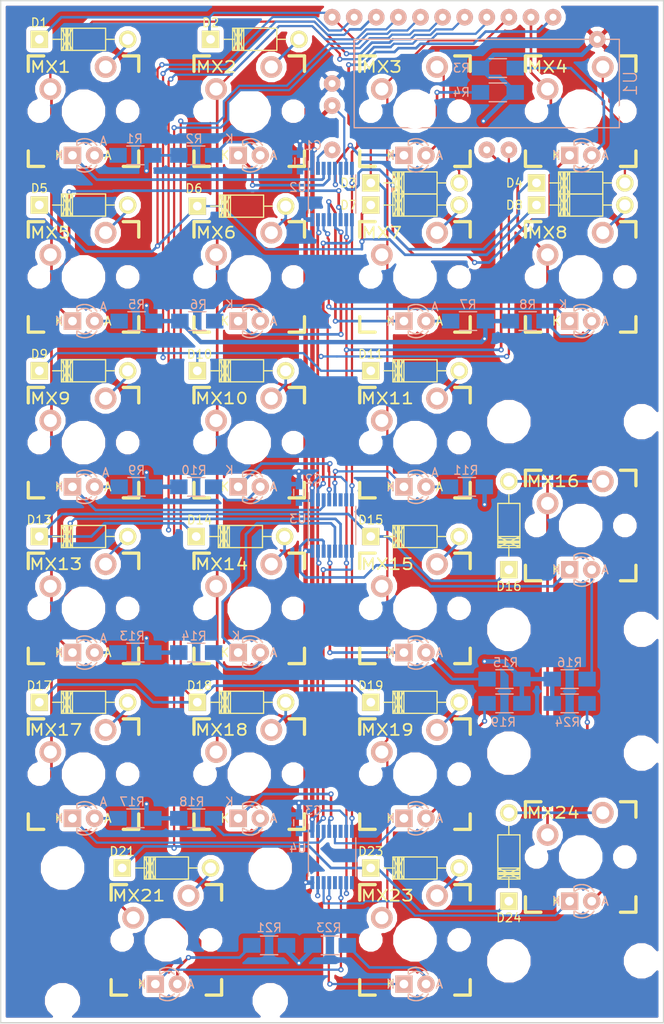
<source format=kicad_pcb>
(kicad_pcb (version 4) (host pcbnew 4.0.2-stable)
  (layers (0 F.Cu signal) (31 B.Cu signal) (34 B.Paste user hide) (35 F.Paste user hide) (36 B.SilkS user hide) (37 F.SilkS user hide) (38 B.Mask user hide) (39 F.Mask user hide) (44 Edge.Cuts user))
  (net 0 "")
  (net 1 "Net-(D1-Pad2)")
  (net 2 Row1)
  (net 3 "Net-(D2-Pad2)")
  (net 4 "Net-(D3-Pad2)")
  (net 5 "Net-(D4-Pad2)")
  (net 6 "Net-(D5-Pad2)")
  (net 7 Row2)
  (net 8 "Net-(D6-Pad2)")
  (net 9 "Net-(D7-Pad2)")
  (net 10 "Net-(D8-Pad2)")
  (net 11 "Net-(D9-Pad2)")
  (net 12 "Net-(D10-Pad2)")
  (net 13 "Net-(D11-Pad2)")
  (net 14 "Net-(D13-Pad2)")
  (net 15 Row4)
  (net 16 "Net-(D14-Pad2)")
  (net 17 "Net-(D15-Pad2)")
  (net 18 "Net-(D16-Pad2)")
  (net 19 Row5)
  (net 20 "Net-(D17-Pad2)")
  (net 21 "Net-(D18-Pad2)")
  (net 22 "Net-(D19-Pad2)")
  (net 23 Row6)
  (net 24 "Net-(D21-Pad2)")
  (net 25 Col1)
  (net 26 Col2)
  (net 27 Col3)
  (net 28 Col4)
  (net 29 "Net-(D23-Pad2)")
  (net 30 "Net-(D24-Pad2)")
  (net 31 "Net-(MX1-PadA)")
  (net 32 "Net-(MX1-PadK)")
  (net 33 "Net-(MX2-PadA)")
  (net 34 "Net-(MX2-PadK)")
  (net 35 "Net-(MX3-PadA)")
  (net 36 "Net-(MX3-PadK)")
  (net 37 "Net-(MX4-PadA)")
  (net 38 "Net-(MX4-PadK)")
  (net 39 +5V)
  (net 40 PWM)
  (net 41 GND)
  (net 42 Row3)
  (net 43 "Net-(MX5-PadA)")
  (net 44 "Net-(MX5-PadK)")
  (net 45 "Net-(MX6-PadA)")
  (net 46 "Net-(MX6-PadK)")
  (net 47 "Net-(MX7-PadA)")
  (net 48 "Net-(MX7-PadK)")
  (net 49 "Net-(MX8-PadA)")
  (net 50 "Net-(MX8-PadK)")
  (net 51 "Net-(MX9-PadA)")
  (net 52 "Net-(MX9-PadK)")
  (net 53 "Net-(MX10-PadA)")
  (net 54 "Net-(MX10-PadK)")
  (net 55 "Net-(MX11-PadA)")
  (net 56 "Net-(MX11-PadK)")
  (net 57 "Net-(MX13-PadA)")
  (net 58 "Net-(MX13-PadK)")
  (net 59 "Net-(MX14-PadA)")
  (net 60 "Net-(MX14-PadK)")
  (net 61 "Net-(MX15-PadA)")
  (net 62 "Net-(MX15-PadK)")
  (net 63 "Net-(MX16-PadA)")
  (net 64 "Net-(MX16-PadK)")
  (net 65 "Net-(MX17-PadA)")
  (net 66 "Net-(MX17-PadK)")
  (net 67 "Net-(MX18-PadA)")
  (net 68 "Net-(MX18-PadK)")
  (net 69 "Net-(MX19-PadA)")
  (net 70 "Net-(MX19-PadK)")
  (net 71 "Net-(MX21-PadK)")
  (net 72 "Net-(MX21-PadA)")
  (net 73 "Net-(MX23-PadA)")
  (net 74 "Net-(MX23-PadK)")
  (net 75 "Net-(MX24-PadA)")
  (net 76 "Net-(MX24-PadK)")
  (net 77 RCLK)
  (net 78 SCLK)
  (net 79 SER)
  (net 80 "Net-(MX12-PadK)")
  (net 81 "Net-(MX20-PadK)")
  (net 82 "Net-(MX22-PadK)")
  (net 83 +3V3)
  (net 84 "Net-(U2-Pad9)")
  (net 85 "Net-(U3-Pad9)")
  (module Housings_SSOP:TSSOP-16_4.4x5mm_Pitch0.65mm (layer B.Cu) (at 87.895 118.09 270)
    (fp_text reference U4 (at -1.016 3.937 360) (layer B.SilkS) (effects (justify mirror)))
    (fp_text value TLC6C598)
    (pad 1 smd rect (at -2.95 2.275 270) (size 1.5 0.45) (layers B.Cu B.Paste B.Mask) (net 83 +3V3))
    (pad 2 smd rect (at -2.95 1.625 270) (size 1.5 0.45) (layers B.Cu B.Paste B.Mask) (net 85 "Net-(U3-Pad9)"))
    (pad 3 smd rect (at -2.95 0.975 270) (size 1.5 0.45) (layers B.Cu B.Paste B.Mask) (net 66 "Net-(MX17-PadK)"))
    (pad 4 smd rect (at -2.95 0.325 270) (size 1.5 0.45) (layers B.Cu B.Paste B.Mask) (net 68 "Net-(MX18-PadK)"))
    (pad 5 smd rect (at -2.95 -0.325 270) (size 1.5 0.45) (layers B.Cu B.Paste B.Mask) (net 70 "Net-(MX19-PadK)"))
    (pad 6 smd rect (at -2.95 -0.975 270) (size 1.5 0.45) (layers B.Cu B.Paste B.Mask) (net 81 "Net-(MX20-PadK)"))
    (pad 7 smd rect (at -2.95 -1.625 270) (size 1.5 0.45) (layers B.Cu B.Paste B.Mask) (net 83 +3V3))
    (pad 8 smd rect (at -2.95 -2.275 270) (size 1.5 0.45) (layers B.Cu B.Paste B.Mask) (net 40 PWM))
    (pad 9 smd rect (at 2.95 -2.275 270) (size 1.5 0.45) (layers B.Cu B.Paste B.Mask) (clearance 0.2032))
    (pad 10 smd rect (at 2.95 -1.625 270) (size 1.5 0.45) (layers B.Cu B.Paste B.Mask) (net 77 RCLK))
    (pad 11 smd rect (at 2.95 -0.975 270) (size 1.5 0.45) (layers B.Cu B.Paste B.Mask) (net 71 "Net-(MX21-PadK)"))
    (pad 12 smd rect (at 2.95 -0.325 270) (size 1.5 0.45) (layers B.Cu B.Paste B.Mask) (net 82 "Net-(MX22-PadK)"))
    (pad 13 smd rect (at 2.95 0.325 270) (size 1.5 0.45) (layers B.Cu B.Paste B.Mask) (net 74 "Net-(MX23-PadK)"))
    (pad 14 smd rect (at 2.95 0.975 270) (size 1.5 0.45) (layers B.Cu B.Paste B.Mask) (net 76 "Net-(MX24-PadK)"))
    (pad 15 smd rect (at 2.95 1.625 270) (size 1.5 0.45) (layers B.Cu B.Paste B.Mask) (net 78 SCLK))
    (pad 16 smd rect (at 2.95 2.275 270) (size 1.5 0.45) (layers B.Cu B.Paste B.Mask) (net 41 GND))
  )
  (module Housings_SSOP:TSSOP-16_4.4x5mm_Pitch0.65mm (layer B.Cu) (at 87.895 41.89 270)
    (fp_text reference U2 (at -0.762 3.937 360) (layer B.SilkS) (effects (justify mirror)))
    (fp_text value TLC6C598)
    (pad 1 smd rect (at -2.95 2.275 270) (size 1.5 0.45) (layers B.Cu B.Paste B.Mask) (net 83 +3V3))
    (pad 2 smd rect (at -2.95 1.625 270) (size 1.5 0.45) (layers B.Cu B.Paste B.Mask) (net 79 SER))
    (pad 3 smd rect (at -2.95 0.975 270) (size 1.5 0.45) (layers B.Cu B.Paste B.Mask) (net 32 "Net-(MX1-PadK)"))
    (pad 4 smd rect (at -2.95 0.325 270) (size 1.5 0.45) (layers B.Cu B.Paste B.Mask) (net 34 "Net-(MX2-PadK)"))
    (pad 5 smd rect (at -2.95 -0.325 270) (size 1.5 0.45) (layers B.Cu B.Paste B.Mask) (net 36 "Net-(MX3-PadK)"))
    (pad 6 smd rect (at -2.95 -0.975 270) (size 1.5 0.45) (layers B.Cu B.Paste B.Mask) (net 38 "Net-(MX4-PadK)"))
    (pad 7 smd rect (at -2.95 -1.625 270) (size 1.5 0.45) (layers B.Cu B.Paste B.Mask) (net 83 +3V3))
    (pad 8 smd rect (at -2.95 -2.275 270) (size 1.5 0.45) (layers B.Cu B.Paste B.Mask) (net 40 PWM))
    (pad 9 smd rect (at 2.95 -2.275 270) (size 1.5 0.45) (layers B.Cu B.Paste B.Mask) (net 84 "Net-(U2-Pad9)"))
    (pad 10 smd rect (at 2.95 -1.625 270) (size 1.5 0.45) (layers B.Cu B.Paste B.Mask) (net 77 RCLK))
    (pad 11 smd rect (at 2.95 -0.975 270) (size 1.5 0.45) (layers B.Cu B.Paste B.Mask) (net 44 "Net-(MX5-PadK)"))
    (pad 12 smd rect (at 2.95 -0.325 270) (size 1.5 0.45) (layers B.Cu B.Paste B.Mask) (net 46 "Net-(MX6-PadK)"))
    (pad 13 smd rect (at 2.95 0.325 270) (size 1.5 0.45) (layers B.Cu B.Paste B.Mask) (net 48 "Net-(MX7-PadK)"))
    (pad 14 smd rect (at 2.95 0.975 270) (size 1.5 0.45) (layers B.Cu B.Paste B.Mask) (net 50 "Net-(MX8-PadK)"))
    (pad 15 smd rect (at 2.95 1.625 270) (size 1.5 0.45) (layers B.Cu B.Paste B.Mask) (net 78 SCLK))
    (pad 16 smd rect (at 2.95 2.275 270) (size 1.5 0.45) (layers B.Cu B.Paste B.Mask) (net 41 GND))
  )
  (module Cherry:CHERRY_PCB_200_STABILIZER (layer F.Cu) (at 116.47 79.99 180)
    (fp_text reference STA hide)
    (fp_text value Stabilizer hide)
    (pad HOLE np_thru_hole circle (at -6.985 11.938 270) (size 3.048 3.048) (drill 3.048) (layers *.Cu))
    (pad HOLE np_thru_hole circle (at -6.985 -11.938 270) (size 3.048 3.048) (drill 3.048) (layers *.Cu))
    (pad HOLE np_thru_hole circle (at 8.255 11.938 270) (size 3.9878 3.9878) (drill 3.9878) (layers *.Cu))
    (pad HOLE np_thru_hole circle (at 8.255 -11.938 270) (size 3.9878 3.9878) (drill 3.9878) (layers *.Cu))
  )
  (module numpad:Diode_DO-41_SOD81_Horizontal_RM10 (layer F.Cu) (at 54.24 24.11)
    (fp_text reference D1 (at 0 -1.905) (layer F.SilkS))
    (fp_text value D hide)
    (pad 2 thru_hole circle (at 10.16 -0.00254 180) (size 1.99898 1.99898) (drill 1.27) (layers *.Cu *.Mask F.SilkS) (net 1 "Net-(D1-Pad2)"))
    (pad 1 thru_hole rect (at 0 -0.00254 180) (size 1.99898 1.99898) (drill 1.00076) (layers *.Cu *.Mask F.SilkS) (net 2 Row1))
  )
  (module numpad:Diode_DO-41_SOD81_Horizontal_RM10 (layer F.Cu) (at 73.925 24.11)
    (fp_text reference D2 (at 0 -1.905) (layer F.SilkS))
    (fp_text value D hide)
    (pad 2 thru_hole circle (at 10.16 -0.00254 180) (size 1.99898 1.99898) (drill 1.27) (layers *.Cu *.Mask F.SilkS) (net 3 "Net-(D2-Pad2)"))
    (pad 1 thru_hole rect (at 0 -0.00254 180) (size 1.99898 1.99898) (drill 1.00076) (layers *.Cu *.Mask F.SilkS) (net 2 Row1))
  )
  (module numpad:Diode_DO-41_SOD81_Horizontal_RM10 (layer F.Cu) (at 92.34 40.62)
    (fp_text reference D3 (at -2.54 0) (layer F.SilkS))
    (fp_text value D hide)
    (pad 2 thru_hole circle (at 10.16 -0.00254 180) (size 1.99898 1.99898) (drill 1.27) (layers *.Cu *.Mask F.SilkS) (net 4 "Net-(D3-Pad2)"))
    (pad 1 thru_hole rect (at 0 -0.00254 180) (size 1.99898 1.99898) (drill 1.00076) (layers *.Cu *.Mask F.SilkS) (net 2 Row1))
  )
  (module numpad:Diode_DO-41_SOD81_Horizontal_RM10 (layer F.Cu) (at 111.39 40.62)
    (fp_text reference D4 (at -2.54 0) (layer F.SilkS))
    (fp_text value D hide)
    (pad 2 thru_hole circle (at 10.16 -0.00254 180) (size 1.99898 1.99898) (drill 1.27) (layers *.Cu *.Mask F.SilkS) (net 5 "Net-(D4-Pad2)"))
    (pad 1 thru_hole rect (at 0 -0.00254 180) (size 1.99898 1.99898) (drill 1.00076) (layers *.Cu *.Mask F.SilkS) (net 2 Row1))
  )
  (module numpad:Diode_DO-41_SOD81_Horizontal_RM10 (layer F.Cu) (at 54.24 43.16)
    (fp_text reference D5 (at 0 -1.905) (layer F.SilkS))
    (fp_text value D hide)
    (pad 2 thru_hole circle (at 10.16 -0.00254 180) (size 1.99898 1.99898) (drill 1.27) (layers *.Cu *.Mask F.SilkS) (net 6 "Net-(D5-Pad2)"))
    (pad 1 thru_hole rect (at 0 -0.00254 180) (size 1.99898 1.99898) (drill 1.00076) (layers *.Cu *.Mask F.SilkS) (net 7 Row2))
  )
  (module numpad:Diode_DO-41_SOD81_Horizontal_RM10 (layer F.Cu) (at 72.401 43.287)
    (fp_text reference D6 (at -0.381 -2.032) (layer F.SilkS))
    (fp_text value D hide)
    (pad 2 thru_hole circle (at 10.16 -0.00254 180) (size 1.99898 1.99898) (drill 1.27) (layers *.Cu *.Mask F.SilkS) (net 8 "Net-(D6-Pad2)"))
    (pad 1 thru_hole rect (at 0 -0.00254 180) (size 1.99898 1.99898) (drill 1.00076) (layers *.Cu *.Mask F.SilkS) (net 7 Row2))
  )
  (module numpad:Diode_DO-41_SOD81_Horizontal_RM10 (layer F.Cu) (at 92.34 43.16)
    (fp_text reference D7 (at -2.54 0) (layer F.SilkS))
    (fp_text value D hide)
    (pad 2 thru_hole circle (at 10.16 -0.00254 180) (size 1.99898 1.99898) (drill 1.27) (layers *.Cu *.Mask F.SilkS) (net 9 "Net-(D7-Pad2)"))
    (pad 1 thru_hole rect (at 0 -0.00254 180) (size 1.99898 1.99898) (drill 1.00076) (layers *.Cu *.Mask F.SilkS) (net 7 Row2))
  )
  (module numpad:Diode_DO-41_SOD81_Horizontal_RM10 (layer F.Cu) (at 111.39 43.16)
    (fp_text reference D8 (at -2.54 0) (layer F.SilkS))
    (fp_text value D hide)
    (pad 2 thru_hole circle (at 10.16 -0.00254 180) (size 1.99898 1.99898) (drill 1.27) (layers *.Cu *.Mask F.SilkS) (net 10 "Net-(D8-Pad2)"))
    (pad 1 thru_hole rect (at 0 -0.00254 180) (size 1.99898 1.99898) (drill 1.00076) (layers *.Cu *.Mask F.SilkS) (net 7 Row2))
  )
  (module numpad:Diode_DO-41_SOD81_Horizontal_RM10 (layer F.Cu) (at 54.24 62.21)
    (fp_text reference D9 (at 0 -1.905) (layer F.SilkS))
    (fp_text value D hide)
    (pad 2 thru_hole circle (at 10.16 -0.00254 180) (size 1.99898 1.99898) (drill 1.27) (layers *.Cu *.Mask F.SilkS) (net 11 "Net-(D9-Pad2)"))
    (pad 1 thru_hole rect (at 0 -0.00254 180) (size 1.99898 1.99898) (drill 1.00076) (layers *.Cu *.Mask F.SilkS) (net 42 Row3))
  )
  (module numpad:Diode_DO-41_SOD81_Horizontal_RM10 (layer F.Cu) (at 72.401 62.21)
    (fp_text reference D10 (at 0.254 -1.905) (layer F.SilkS))
    (fp_text value D hide)
    (pad 2 thru_hole circle (at 10.16 -0.00254 180) (size 1.99898 1.99898) (drill 1.27) (layers *.Cu *.Mask F.SilkS) (net 12 "Net-(D10-Pad2)"))
    (pad 1 thru_hole rect (at 0 -0.00254 180) (size 1.99898 1.99898) (drill 1.00076) (layers *.Cu *.Mask F.SilkS) (net 42 Row3))
  )
  (module numpad:Diode_DO-41_SOD81_Horizontal_RM10 (layer F.Cu) (at 92.34 62.21)
    (fp_text reference D11 (at 0 -1.905) (layer F.SilkS))
    (fp_text value D hide)
    (pad 2 thru_hole circle (at 10.16 -0.00254 180) (size 1.99898 1.99898) (drill 1.27) (layers *.Cu *.Mask F.SilkS) (net 13 "Net-(D11-Pad2)"))
    (pad 1 thru_hole rect (at 0 -0.00254 180) (size 1.99898 1.99898) (drill 1.00076) (layers *.Cu *.Mask F.SilkS) (net 42 Row3))
  )
  (module numpad:Diode_DO-41_SOD81_Horizontal_RM10 (layer F.Cu) (at 54.24 81.26)
    (fp_text reference D13 (at 0 -1.905) (layer F.SilkS))
    (fp_text value D hide)
    (pad 2 thru_hole circle (at 10.16 -0.00254 180) (size 1.99898 1.99898) (drill 1.27) (layers *.Cu *.Mask F.SilkS) (net 14 "Net-(D13-Pad2)"))
    (pad 1 thru_hole rect (at 0 -0.00254 180) (size 1.99898 1.99898) (drill 1.00076) (layers *.Cu *.Mask F.SilkS) (net 15 Row4))
  )
  (module numpad:Diode_DO-41_SOD81_Horizontal_RM10 (layer F.Cu) (at 72.274 81.26)
    (fp_text reference D14 (at 0.381 -1.905) (layer F.SilkS))
    (fp_text value D hide)
    (pad 2 thru_hole circle (at 10.16 -0.00254 180) (size 1.99898 1.99898) (drill 1.27) (layers *.Cu *.Mask F.SilkS) (net 16 "Net-(D14-Pad2)"))
    (pad 1 thru_hole rect (at 0 -0.00254 180) (size 1.99898 1.99898) (drill 1.00076) (layers *.Cu *.Mask F.SilkS) (net 15 Row4))
  )
  (module numpad:Diode_DO-41_SOD81_Horizontal_RM10 (layer F.Cu) (at 92.34 81.26)
    (fp_text reference D15 (at 0 -1.905) (layer F.SilkS))
    (fp_text value D hide)
    (pad 2 thru_hole circle (at 10.16 -0.00254 180) (size 1.99898 1.99898) (drill 1.27) (layers *.Cu *.Mask F.SilkS) (net 17 "Net-(D15-Pad2)"))
    (pad 1 thru_hole rect (at 0 -0.00254 180) (size 1.99898 1.99898) (drill 1.00076) (layers *.Cu *.Mask F.SilkS) (net 15 Row4))
  )
  (module numpad:Diode_DO-41_SOD81_Horizontal_RM10 (layer F.Cu) (at 108.215 85.07 90)
    (fp_text reference D16 (at -1.905 0 180) (layer F.SilkS))
    (fp_text value D hide)
    (pad 2 thru_hole circle (at 10.16 -0.00254 270) (size 1.99898 1.99898) (drill 1.27) (layers *.Cu *.Mask F.SilkS) (net 18 "Net-(D16-Pad2)"))
    (pad 1 thru_hole rect (at 0 -0.00254 270) (size 1.99898 1.99898) (drill 1.00076) (layers *.Cu *.Mask F.SilkS) (net 15 Row4))
  )
  (module numpad:Diode_DO-41_SOD81_Horizontal_RM10 (layer F.Cu) (at 54.24 100.31)
    (fp_text reference D17 (at 0 -1.905) (layer F.SilkS))
    (fp_text value D hide)
    (pad 2 thru_hole circle (at 10.16 -0.00254 180) (size 1.99898 1.99898) (drill 1.27) (layers *.Cu *.Mask F.SilkS) (net 20 "Net-(D17-Pad2)"))
    (pad 1 thru_hole rect (at 0 -0.00254 180) (size 1.99898 1.99898) (drill 1.00076) (layers *.Cu *.Mask F.SilkS) (net 19 Row5))
  )
  (module numpad:Diode_DO-41_SOD81_Horizontal_RM10 (layer F.Cu) (at 72.401 100.31)
    (fp_text reference D18 (at 0.254 -1.905) (layer F.SilkS))
    (fp_text value D hide)
    (pad 2 thru_hole circle (at 10.16 -0.00254 180) (size 1.99898 1.99898) (drill 1.27) (layers *.Cu *.Mask F.SilkS) (net 21 "Net-(D18-Pad2)"))
    (pad 1 thru_hole rect (at 0 -0.00254 180) (size 1.99898 1.99898) (drill 1.00076) (layers *.Cu *.Mask F.SilkS) (net 19 Row5))
  )
  (module numpad:Diode_DO-41_SOD81_Horizontal_RM10 (layer F.Cu) (at 92.34 100.31)
    (fp_text reference D19 (at 0 -1.905) (layer F.SilkS))
    (fp_text value D hide)
    (pad 2 thru_hole circle (at 10.16 -0.00254 180) (size 1.99898 1.99898) (drill 1.27) (layers *.Cu *.Mask F.SilkS) (net 22 "Net-(D19-Pad2)"))
    (pad 1 thru_hole rect (at 0 -0.00254 180) (size 1.99898 1.99898) (drill 1.00076) (layers *.Cu *.Mask F.SilkS) (net 19 Row5))
  )
  (module numpad:Diode_DO-41_SOD81_Horizontal_RM10 (layer F.Cu) (at 63.765 119.36)
    (fp_text reference D21 (at 0 -1.905) (layer F.SilkS))
    (fp_text value D hide)
    (pad 2 thru_hole circle (at 10.16 -0.00254 180) (size 1.99898 1.99898) (drill 1.27) (layers *.Cu *.Mask F.SilkS) (net 24 "Net-(D21-Pad2)"))
    (pad 1 thru_hole rect (at 0 -0.00254 180) (size 1.99898 1.99898) (drill 1.00076) (layers *.Cu *.Mask F.SilkS) (net 23 Row6))
  )
  (module numpad:Diode_DO-41_SOD81_Horizontal_RM10 (layer F.Cu) (at 92.34 119.36)
    (fp_text reference D23 (at 0 -1.905) (layer F.SilkS))
    (fp_text value D hide)
    (pad 2 thru_hole circle (at 10.16 -0.00254 180) (size 1.99898 1.99898) (drill 1.27) (layers *.Cu *.Mask F.SilkS) (net 29 "Net-(D23-Pad2)"))
    (pad 1 thru_hole rect (at 0 -0.00254 180) (size 1.99898 1.99898) (drill 1.00076) (layers *.Cu *.Mask F.SilkS) (net 23 Row6))
  )
  (module numpad:Diode_DO-41_SOD81_Horizontal_RM10 (layer F.Cu) (at 108.215 123.17 90)
    (fp_text reference D24 (at -1.905 0 180) (layer F.SilkS))
    (fp_text value D hide)
    (pad 2 thru_hole circle (at 10.16 -0.00254 270) (size 1.99898 1.99898) (drill 1.27) (layers *.Cu *.Mask F.SilkS) (net 30 "Net-(D24-Pad2)"))
    (pad 1 thru_hole rect (at 0 -0.00254 270) (size 1.99898 1.99898) (drill 1.00076) (layers *.Cu *.Mask F.SilkS) (net 23 Row6))
  )
  (module Cherry:CHERRY_PCB_100H_LED (layer F.Cu) (at 119.01 116.185)
    (fp_text reference MX24 (at -5.715 -3.175) (layer F.SilkS) (effects (font (size 1.27 1.524) (thickness 0.2032))))
    (fp_text value MX hide)
    (fp_text user A (at 0.254 6.985) (layer B.SilkS) (effects (justify mirror)))
    (fp_text user K (at -5.334 6.985) (layer B.SilkS) (effects (justify mirror)))
    (fp_text user A (at 0.254 6.985) (layer F.SilkS))
    (fp_text user K (at -5.334 6.985) (layer F.SilkS))
    (pad A thru_hole circle (at -1.27 6.985) (size 2 2) (drill 1) (layers *.Cu *.SilkS *.Mask) (net 75 "Net-(MX24-PadA)"))
    (pad K thru_hole rect (at -3.81 6.985) (size 2 2) (drill 1) (layers *.Cu *.SilkS *.Mask) (net 76 "Net-(MX24-PadK)"))
    (pad SW2 thru_hole circle (at 0 -3.175) (size 2.5 2.5) (drill 1.4986) (layers *.Cu *.SilkS *.Mask) (net 30 "Net-(D24-Pad2)"))
    (pad SW1 thru_hole circle (at -6.35 -0.635) (size 2.5 2.5) (drill 1.4986) (layers *.Cu *.SilkS *.Mask) (net 28 Col4))
    (pad "" np_thru_hole circle (at -2.54 1.905) (size 3.9878 3.9878) (drill 3.9878) (layers *.Cu))
    (pad HOLE np_thru_hole circle (at -7.62 1.905) (size 1.7018 1.7018) (drill 1.7018) (layers *.Cu))
    (pad "" np_thru_hole circle (at 2.54 1.905) (size 1.7018 1.7018) (drill 1.7018) (layers *.Cu))
  )
  (module Cherry:CHERRY_PCB_100H_LED (layer F.Cu) (at 119.01 78.085)
    (fp_text reference MX16 (at -5.715 -3.175) (layer F.SilkS) (effects (font (size 1.27 1.524) (thickness 0.2032))))
    (fp_text value MX hide)
    (fp_text user A (at 0.254 6.985) (layer B.SilkS) (effects (justify mirror)))
    (fp_text user K (at -5.334 6.985) (layer B.SilkS) (effects (justify mirror)))
    (fp_text user A (at 0.254 6.985) (layer F.SilkS))
    (fp_text user K (at -5.334 6.985) (layer F.SilkS))
    (pad A thru_hole circle (at -1.27 6.985) (size 2 2) (drill 1) (layers *.Cu *.SilkS *.Mask) (net 63 "Net-(MX16-PadA)"))
    (pad K thru_hole rect (at -3.81 6.985) (size 2 2) (drill 1) (layers *.Cu *.SilkS *.Mask) (net 64 "Net-(MX16-PadK)"))
    (pad SW2 thru_hole circle (at 0 -3.175) (size 2.5 2.5) (drill 1.4986) (layers *.Cu *.SilkS *.Mask) (net 18 "Net-(D16-Pad2)"))
    (pad SW1 thru_hole circle (at -6.35 -0.635) (size 2.5 2.5) (drill 1.4986) (layers *.Cu *.SilkS *.Mask) (net 28 Col4))
    (pad "" np_thru_hole circle (at -2.54 1.905) (size 3.9878 3.9878) (drill 3.9878) (layers *.Cu))
    (pad HOLE np_thru_hole circle (at -7.62 1.905) (size 1.7018 1.7018) (drill 1.7018) (layers *.Cu))
    (pad "" np_thru_hole circle (at 2.54 1.905) (size 1.7018 1.7018) (drill 1.7018) (layers *.Cu))
  )
  (module Cherry:CHERRY_PCB_100H_LED (layer F.Cu) (at 99.96 106.66)
    (fp_text reference MX19 (at -5.715 -3.175) (layer F.SilkS) (effects (font (size 1.27 1.524) (thickness 0.2032))))
    (fp_text value MX hide)
    (fp_text user A (at 0.254 6.985) (layer B.SilkS) (effects (justify mirror)))
    (fp_text user K (at -5.334 6.985) (layer B.SilkS) (effects (justify mirror)))
    (fp_text user A (at 0.254 6.985) (layer F.SilkS))
    (fp_text user K (at -5.334 6.985) (layer F.SilkS))
    (pad A thru_hole circle (at -1.27 6.985) (size 2 2) (drill 1) (layers *.Cu *.SilkS *.Mask) (net 69 "Net-(MX19-PadA)"))
    (pad K thru_hole rect (at -3.81 6.985) (size 2 2) (drill 1) (layers *.Cu *.SilkS *.Mask) (net 70 "Net-(MX19-PadK)"))
    (pad SW2 thru_hole circle (at 0 -3.175) (size 2.5 2.5) (drill 1.4986) (layers *.Cu *.SilkS *.Mask) (net 22 "Net-(D19-Pad2)"))
    (pad SW1 thru_hole circle (at -6.35 -0.635) (size 2.5 2.5) (drill 1.4986) (layers *.Cu *.SilkS *.Mask) (net 27 Col3))
    (pad "" np_thru_hole circle (at -2.54 1.905) (size 3.9878 3.9878) (drill 3.9878) (layers *.Cu))
    (pad HOLE np_thru_hole circle (at -7.62 1.905) (size 1.7018 1.7018) (drill 1.7018) (layers *.Cu))
    (pad "" np_thru_hole circle (at 2.54 1.905) (size 1.7018 1.7018) (drill 1.7018) (layers *.Cu))
  )
  (module Cherry:CHERRY_PCB_100H_LED (layer F.Cu) (at 99.96 125.71)
    (fp_text reference MX23 (at -5.715 -3.175) (layer F.SilkS) (effects (font (size 1.27 1.524) (thickness 0.2032))))
    (fp_text value MX hide)
    (fp_text user A (at 0.254 6.985) (layer B.SilkS) (effects (justify mirror)))
    (fp_text user K (at -5.334 6.985) (layer B.SilkS) (effects (justify mirror)))
    (fp_text user A (at 0.254 6.985) (layer F.SilkS))
    (fp_text user K (at -5.334 6.985) (layer F.SilkS))
    (pad A thru_hole circle (at -1.27 6.985) (size 2 2) (drill 1) (layers *.Cu *.SilkS *.Mask) (net 73 "Net-(MX23-PadA)"))
    (pad K thru_hole rect (at -3.81 6.985) (size 2 2) (drill 1) (layers *.Cu *.SilkS *.Mask) (net 74 "Net-(MX23-PadK)"))
    (pad SW2 thru_hole circle (at 0 -3.175) (size 2.5 2.5) (drill 1.4986) (layers *.Cu *.SilkS *.Mask) (net 29 "Net-(D23-Pad2)"))
    (pad SW1 thru_hole circle (at -6.35 -0.635) (size 2.5 2.5) (drill 1.4986) (layers *.Cu *.SilkS *.Mask) (net 27 Col3))
    (pad "" np_thru_hole circle (at -2.54 1.905) (size 3.9878 3.9878) (drill 3.9878) (layers *.Cu))
    (pad HOLE np_thru_hole circle (at -7.62 1.905) (size 1.7018 1.7018) (drill 1.7018) (layers *.Cu))
    (pad "" np_thru_hole circle (at 2.54 1.905) (size 1.7018 1.7018) (drill 1.7018) (layers *.Cu))
  )
  (module Cherry:CHERRY_PCB_100H_LED (layer F.Cu) (at 80.91 106.66)
    (fp_text reference MX18 (at -5.715 -3.175) (layer F.SilkS) (effects (font (size 1.27 1.524) (thickness 0.2032))))
    (fp_text value MX hide)
    (fp_text user A (at 0.254 6.985) (layer B.SilkS) (effects (justify mirror)))
    (fp_text user K (at -4.826 5.08) (layer B.SilkS) (effects (justify mirror)))
    (fp_text user A (at 0.254 6.985) (layer F.SilkS))
    (fp_text user K (at -5.334 6.985) (layer F.SilkS))
    (pad A thru_hole circle (at -1.27 6.985) (size 2 2) (drill 1) (layers *.Cu *.SilkS *.Mask) (net 67 "Net-(MX18-PadA)"))
    (pad K thru_hole rect (at -3.81 6.985) (size 2 2) (drill 1) (layers *.Cu *.SilkS *.Mask) (net 68 "Net-(MX18-PadK)"))
    (pad SW2 thru_hole circle (at 0 -3.175) (size 2.5 2.5) (drill 1.4986) (layers *.Cu *.SilkS *.Mask) (net 21 "Net-(D18-Pad2)"))
    (pad SW1 thru_hole circle (at -6.35 -0.635) (size 2.5 2.5) (drill 1.4986) (layers *.Cu *.SilkS *.Mask) (net 26 Col2))
    (pad "" np_thru_hole circle (at -2.54 1.905) (size 3.9878 3.9878) (drill 3.9878) (layers *.Cu))
    (pad HOLE np_thru_hole circle (at -7.62 1.905) (size 1.7018 1.7018) (drill 1.7018) (layers *.Cu))
    (pad "" np_thru_hole circle (at 2.54 1.905) (size 1.7018 1.7018) (drill 1.7018) (layers *.Cu))
  )
  (module Cherry:CHERRY_PCB_100H_LED (layer F.Cu) (at 61.86 106.66)
    (fp_text reference MX17 (at -5.715 -3.175) (layer F.SilkS) (effects (font (size 1.27 1.524) (thickness 0.2032))))
    (fp_text value MX hide)
    (fp_text user A (at -0.254 5.08) (layer B.SilkS) (effects (justify mirror)))
    (fp_text user K (at -5.334 6.985) (layer B.SilkS) (effects (justify mirror)))
    (fp_text user A (at 0.254 6.985) (layer F.SilkS))
    (fp_text user K (at -5.334 6.985) (layer F.SilkS))
    (pad A thru_hole circle (at -1.27 6.985) (size 2 2) (drill 1) (layers *.Cu *.SilkS *.Mask) (net 65 "Net-(MX17-PadA)"))
    (pad K thru_hole rect (at -3.81 6.985) (size 2 2) (drill 1) (layers *.Cu *.SilkS *.Mask) (net 66 "Net-(MX17-PadK)"))
    (pad SW2 thru_hole circle (at 0 -3.175) (size 2.5 2.5) (drill 1.4986) (layers *.Cu *.SilkS *.Mask) (net 20 "Net-(D17-Pad2)"))
    (pad SW1 thru_hole circle (at -6.35 -0.635) (size 2.5 2.5) (drill 1.4986) (layers *.Cu *.SilkS *.Mask) (net 25 Col1))
    (pad "" np_thru_hole circle (at -2.54 1.905) (size 3.9878 3.9878) (drill 3.9878) (layers *.Cu))
    (pad HOLE np_thru_hole circle (at -7.62 1.905) (size 1.7018 1.7018) (drill 1.7018) (layers *.Cu))
    (pad "" np_thru_hole circle (at 2.54 1.905) (size 1.7018 1.7018) (drill 1.7018) (layers *.Cu))
  )
  (module Cherry:CHERRY_PCB_100H_LED (layer F.Cu) (at 99.96 87.61)
    (fp_text reference MX15 (at -5.715 -3.175) (layer F.SilkS) (effects (font (size 1.27 1.524) (thickness 0.2032))))
    (fp_text value MX hide)
    (fp_text user A (at 0.254 6.985) (layer B.SilkS) (effects (justify mirror)))
    (fp_text user K (at -5.334 6.985) (layer B.SilkS) (effects (justify mirror)))
    (fp_text user A (at 0.254 6.985) (layer F.SilkS))
    (fp_text user K (at -5.334 6.985) (layer F.SilkS))
    (pad A thru_hole circle (at -1.27 6.985) (size 2 2) (drill 1) (layers *.Cu *.SilkS *.Mask) (net 61 "Net-(MX15-PadA)"))
    (pad K thru_hole rect (at -3.81 6.985) (size 2 2) (drill 1) (layers *.Cu *.SilkS *.Mask) (net 62 "Net-(MX15-PadK)"))
    (pad SW2 thru_hole circle (at 0 -3.175) (size 2.5 2.5) (drill 1.4986) (layers *.Cu *.SilkS *.Mask) (net 17 "Net-(D15-Pad2)"))
    (pad SW1 thru_hole circle (at -6.35 -0.635) (size 2.5 2.5) (drill 1.4986) (layers *.Cu *.SilkS *.Mask) (net 27 Col3))
    (pad "" np_thru_hole circle (at -2.54 1.905) (size 3.9878 3.9878) (drill 3.9878) (layers *.Cu))
    (pad HOLE np_thru_hole circle (at -7.62 1.905) (size 1.7018 1.7018) (drill 1.7018) (layers *.Cu))
    (pad "" np_thru_hole circle (at 2.54 1.905) (size 1.7018 1.7018) (drill 1.7018) (layers *.Cu))
  )
  (module Cherry:CHERRY_PCB_100H_LED (layer F.Cu) (at 80.91 87.61)
    (fp_text reference MX14 (at -5.715 -3.175) (layer F.SilkS) (effects (font (size 1.27 1.524) (thickness 0.2032))))
    (fp_text value MX hide)
    (fp_text user A (at 0.254 6.985) (layer B.SilkS) (effects (justify mirror)))
    (fp_text user K (at -4.064 5.08) (layer B.SilkS) (effects (justify mirror)))
    (fp_text user A (at 0.254 6.985) (layer F.SilkS))
    (fp_text user K (at -5.334 6.985) (layer F.SilkS))
    (pad A thru_hole circle (at -1.27 6.985) (size 2 2) (drill 1) (layers *.Cu *.SilkS *.Mask) (net 59 "Net-(MX14-PadA)"))
    (pad K thru_hole rect (at -3.81 6.985) (size 2 2) (drill 1) (layers *.Cu *.SilkS *.Mask) (net 60 "Net-(MX14-PadK)"))
    (pad SW2 thru_hole circle (at 0 -3.175) (size 2.5 2.5) (drill 1.4986) (layers *.Cu *.SilkS *.Mask) (net 16 "Net-(D14-Pad2)"))
    (pad SW1 thru_hole circle (at -6.35 -0.635) (size 2.5 2.5) (drill 1.4986) (layers *.Cu *.SilkS *.Mask) (net 26 Col2))
    (pad "" np_thru_hole circle (at -2.54 1.905) (size 3.9878 3.9878) (drill 3.9878) (layers *.Cu))
    (pad HOLE np_thru_hole circle (at -7.62 1.905) (size 1.7018 1.7018) (drill 1.7018) (layers *.Cu))
    (pad "" np_thru_hole circle (at 2.54 1.905) (size 1.7018 1.7018) (drill 1.7018) (layers *.Cu))
  )
  (module Cherry:CHERRY_PCB_100H_LED (layer F.Cu) (at 61.86 87.61)
    (fp_text reference MX13 (at -5.715 -3.175) (layer F.SilkS) (effects (font (size 1.27 1.524) (thickness 0.2032))))
    (fp_text value MX hide)
    (fp_text user A (at -0.254 5.334) (layer B.SilkS) (effects (justify mirror)))
    (fp_text user K (at -5.334 6.985) (layer B.SilkS) (effects (justify mirror)))
    (fp_text user A (at 0.254 6.985) (layer F.SilkS))
    (fp_text user K (at -5.334 6.985) (layer F.SilkS))
    (pad A thru_hole circle (at -1.27 6.985) (size 2 2) (drill 1) (layers *.Cu *.SilkS *.Mask) (net 57 "Net-(MX13-PadA)"))
    (pad K thru_hole rect (at -3.81 6.985) (size 2 2) (drill 1) (layers *.Cu *.SilkS *.Mask) (net 58 "Net-(MX13-PadK)"))
    (pad SW2 thru_hole circle (at 0 -3.175) (size 2.5 2.5) (drill 1.4986) (layers *.Cu *.SilkS *.Mask) (net 14 "Net-(D13-Pad2)"))
    (pad SW1 thru_hole circle (at -6.35 -0.635) (size 2.5 2.5) (drill 1.4986) (layers *.Cu *.SilkS *.Mask) (net 25 Col1))
    (pad "" np_thru_hole circle (at -2.54 1.905) (size 3.9878 3.9878) (drill 3.9878) (layers *.Cu))
    (pad HOLE np_thru_hole circle (at -7.62 1.905) (size 1.7018 1.7018) (drill 1.7018) (layers *.Cu))
    (pad "" np_thru_hole circle (at 2.54 1.905) (size 1.7018 1.7018) (drill 1.7018) (layers *.Cu))
  )
  (module Cherry:CHERRY_PCB_100H_LED (layer F.Cu) (at 99.96 68.56)
    (fp_text reference MX11 (at -5.715 -3.175) (layer F.SilkS) (effects (font (size 1.27 1.524) (thickness 0.2032))))
    (fp_text value MX hide)
    (fp_text user A (at -0.254 5.334) (layer B.SilkS) (effects (justify mirror)))
    (fp_text user K (at -5.334 6.985) (layer B.SilkS) (effects (justify mirror)))
    (fp_text user A (at 0.254 6.985) (layer F.SilkS))
    (fp_text user K (at -5.334 6.985) (layer F.SilkS))
    (pad A thru_hole circle (at -1.27 6.985) (size 2 2) (drill 1) (layers *.Cu *.SilkS *.Mask) (net 55 "Net-(MX11-PadA)"))
    (pad K thru_hole rect (at -3.81 6.985) (size 2 2) (drill 1) (layers *.Cu *.SilkS *.Mask) (net 56 "Net-(MX11-PadK)"))
    (pad SW2 thru_hole circle (at 0 -3.175) (size 2.5 2.5) (drill 1.4986) (layers *.Cu *.SilkS *.Mask) (net 13 "Net-(D11-Pad2)"))
    (pad SW1 thru_hole circle (at -6.35 -0.635) (size 2.5 2.5) (drill 1.4986) (layers *.Cu *.SilkS *.Mask) (net 27 Col3))
    (pad "" np_thru_hole circle (at -2.54 1.905) (size 3.9878 3.9878) (drill 3.9878) (layers *.Cu))
    (pad HOLE np_thru_hole circle (at -7.62 1.905) (size 1.7018 1.7018) (drill 1.7018) (layers *.Cu))
    (pad "" np_thru_hole circle (at 2.54 1.905) (size 1.7018 1.7018) (drill 1.7018) (layers *.Cu))
  )
  (module Cherry:CHERRY_PCB_100H_LED (layer F.Cu) (at 80.91 68.56)
    (fp_text reference MX10 (at -5.715 -3.175) (layer F.SilkS) (effects (font (size 1.27 1.524) (thickness 0.2032))))
    (fp_text value MX hide)
    (fp_text user A (at 0.254 6.985) (layer B.SilkS) (effects (justify mirror)))
    (fp_text user K (at -4.826 5.08) (layer B.SilkS) (effects (justify mirror)))
    (fp_text user A (at 0.254 6.985) (layer F.SilkS))
    (fp_text user K (at -5.334 6.985) (layer F.SilkS))
    (pad A thru_hole circle (at -1.27 6.985) (size 2 2) (drill 1) (layers *.Cu *.SilkS *.Mask) (net 53 "Net-(MX10-PadA)"))
    (pad K thru_hole rect (at -3.81 6.985) (size 2 2) (drill 1) (layers *.Cu *.SilkS *.Mask) (net 54 "Net-(MX10-PadK)"))
    (pad SW2 thru_hole circle (at 0 -3.175) (size 2.5 2.5) (drill 1.4986) (layers *.Cu *.SilkS *.Mask) (net 12 "Net-(D10-Pad2)"))
    (pad SW1 thru_hole circle (at -6.35 -0.635) (size 2.5 2.5) (drill 1.4986) (layers *.Cu *.SilkS *.Mask) (net 26 Col2))
    (pad "" np_thru_hole circle (at -2.54 1.905) (size 3.9878 3.9878) (drill 3.9878) (layers *.Cu))
    (pad HOLE np_thru_hole circle (at -7.62 1.905) (size 1.7018 1.7018) (drill 1.7018) (layers *.Cu))
    (pad "" np_thru_hole circle (at 2.54 1.905) (size 1.7018 1.7018) (drill 1.7018) (layers *.Cu))
  )
  (module Cherry:CHERRY_PCB_100H_LED (layer F.Cu) (at 61.86 68.56)
    (fp_text reference MX9 (at -6.35 -3.175) (layer F.SilkS) (effects (font (size 1.27 1.524) (thickness 0.2032))))
    (fp_text value MX hide)
    (fp_text user A (at 0 5.334) (layer B.SilkS) (effects (justify mirror)))
    (fp_text user K (at -5.334 6.985) (layer B.SilkS) (effects (justify mirror)))
    (fp_text user A (at 0.254 6.985) (layer F.SilkS))
    (fp_text user K (at -5.334 6.985) (layer F.SilkS))
    (pad A thru_hole circle (at -1.27 6.985) (size 2 2) (drill 1) (layers *.Cu *.SilkS *.Mask) (net 51 "Net-(MX9-PadA)"))
    (pad K thru_hole rect (at -3.81 6.985) (size 2 2) (drill 1) (layers *.Cu *.SilkS *.Mask) (net 52 "Net-(MX9-PadK)"))
    (pad SW2 thru_hole circle (at 0 -3.175) (size 2.5 2.5) (drill 1.4986) (layers *.Cu *.SilkS *.Mask) (net 11 "Net-(D9-Pad2)"))
    (pad SW1 thru_hole circle (at -6.35 -0.635) (size 2.5 2.5) (drill 1.4986) (layers *.Cu *.SilkS *.Mask) (net 25 Col1))
    (pad "" np_thru_hole circle (at -2.54 1.905) (size 3.9878 3.9878) (drill 3.9878) (layers *.Cu))
    (pad HOLE np_thru_hole circle (at -7.62 1.905) (size 1.7018 1.7018) (drill 1.7018) (layers *.Cu))
    (pad "" np_thru_hole circle (at 2.54 1.905) (size 1.7018 1.7018) (drill 1.7018) (layers *.Cu))
  )
  (module Cherry:CHERRY_PCB_100H_LED (layer F.Cu) (at 119.01 49.51)
    (fp_text reference MX8 (at -6.35 -3.175) (layer F.SilkS) (effects (font (size 1.27 1.524) (thickness 0.2032))))
    (fp_text value MX hide)
    (fp_text user A (at 0.254 6.985) (layer B.SilkS) (effects (justify mirror)))
    (fp_text user K (at -4.572 5.08) (layer B.SilkS) (effects (justify mirror)))
    (fp_text user A (at 0.254 6.985) (layer F.SilkS))
    (fp_text user K (at -5.334 6.985) (layer F.SilkS))
    (pad A thru_hole circle (at -1.27 6.985) (size 2 2) (drill 1) (layers *.Cu *.SilkS *.Mask) (net 49 "Net-(MX8-PadA)"))
    (pad K thru_hole rect (at -3.81 6.985) (size 2 2) (drill 1) (layers *.Cu *.SilkS *.Mask) (net 50 "Net-(MX8-PadK)"))
    (pad SW2 thru_hole circle (at 0 -3.175) (size 2.5 2.5) (drill 1.4986) (layers *.Cu *.SilkS *.Mask) (net 10 "Net-(D8-Pad2)"))
    (pad SW1 thru_hole circle (at -6.35 -0.635) (size 2.5 2.5) (drill 1.4986) (layers *.Cu *.SilkS *.Mask) (net 28 Col4))
    (pad "" np_thru_hole circle (at -2.54 1.905) (size 3.9878 3.9878) (drill 3.9878) (layers *.Cu))
    (pad HOLE np_thru_hole circle (at -7.62 1.905) (size 1.7018 1.7018) (drill 1.7018) (layers *.Cu))
    (pad "" np_thru_hole circle (at 2.54 1.905) (size 1.7018 1.7018) (drill 1.7018) (layers *.Cu))
  )
  (module Cherry:CHERRY_PCB_100H_LED (layer F.Cu) (at 99.96 49.51)
    (fp_text reference MX7 (at -6.35 -3.175) (layer F.SilkS) (effects (font (size 1.27 1.524) (thickness 0.2032))))
    (fp_text value MX hide)
    (fp_text user A (at -0.254 5.334) (layer B.SilkS) (effects (justify mirror)))
    (fp_text user K (at -5.334 6.985) (layer B.SilkS) (effects (justify mirror)))
    (fp_text user A (at 0.254 6.985) (layer F.SilkS))
    (fp_text user K (at -5.334 6.985) (layer F.SilkS))
    (pad A thru_hole circle (at -1.27 6.985) (size 2 2) (drill 1) (layers *.Cu *.SilkS *.Mask) (net 47 "Net-(MX7-PadA)"))
    (pad K thru_hole rect (at -3.81 6.985) (size 2 2) (drill 1) (layers *.Cu *.SilkS *.Mask) (net 48 "Net-(MX7-PadK)"))
    (pad SW2 thru_hole circle (at 0 -3.175) (size 2.5 2.5) (drill 1.4986) (layers *.Cu *.SilkS *.Mask) (net 9 "Net-(D7-Pad2)"))
    (pad SW1 thru_hole circle (at -6.35 -0.635) (size 2.5 2.5) (drill 1.4986) (layers *.Cu *.SilkS *.Mask) (net 27 Col3))
    (pad "" np_thru_hole circle (at -2.54 1.905) (size 3.9878 3.9878) (drill 3.9878) (layers *.Cu))
    (pad HOLE np_thru_hole circle (at -7.62 1.905) (size 1.7018 1.7018) (drill 1.7018) (layers *.Cu))
    (pad "" np_thru_hole circle (at 2.54 1.905) (size 1.7018 1.7018) (drill 1.7018) (layers *.Cu))
  )
  (module Cherry:CHERRY_PCB_100H_LED (layer F.Cu) (at 61.86 49.51)
    (fp_text reference MX5 (at -6.35 -3.175) (layer F.SilkS) (effects (font (size 1.27 1.524) (thickness 0.2032))))
    (fp_text value MX hide)
    (fp_text user A (at -0.254 5.334) (layer B.SilkS) (effects (justify mirror)))
    (fp_text user K (at -5.334 6.985) (layer B.SilkS) (effects (justify mirror)))
    (fp_text user A (at 0.254 6.985) (layer F.SilkS))
    (fp_text user K (at -5.334 6.985) (layer F.SilkS))
    (pad A thru_hole circle (at -1.27 6.985) (size 2 2) (drill 1) (layers *.Cu *.SilkS *.Mask) (net 43 "Net-(MX5-PadA)"))
    (pad K thru_hole rect (at -3.81 6.985) (size 2 2) (drill 1) (layers *.Cu *.SilkS *.Mask) (net 44 "Net-(MX5-PadK)"))
    (pad SW2 thru_hole circle (at 0 -3.175) (size 2.5 2.5) (drill 1.4986) (layers *.Cu *.SilkS *.Mask) (net 6 "Net-(D5-Pad2)"))
    (pad SW1 thru_hole circle (at -6.35 -0.635) (size 2.5 2.5) (drill 1.4986) (layers *.Cu *.SilkS *.Mask) (net 25 Col1))
    (pad "" np_thru_hole circle (at -2.54 1.905) (size 3.9878 3.9878) (drill 3.9878) (layers *.Cu))
    (pad HOLE np_thru_hole circle (at -7.62 1.905) (size 1.7018 1.7018) (drill 1.7018) (layers *.Cu))
    (pad "" np_thru_hole circle (at 2.54 1.905) (size 1.7018 1.7018) (drill 1.7018) (layers *.Cu))
  )
  (module Cherry:CHERRY_PCB_100H_LED (layer F.Cu) (at 119.01 30.46)
    (fp_text reference MX4 (at -6.35 -3.175) (layer F.SilkS) (effects (font (size 1.27 1.524) (thickness 0.2032))))
    (fp_text value MX hide)
    (fp_text user A (at 0.254 6.985) (layer B.SilkS) (effects (justify mirror)))
    (fp_text user K (at -5.334 6.985) (layer B.SilkS) (effects (justify mirror)))
    (fp_text user A (at 0.254 6.985) (layer F.SilkS))
    (fp_text user K (at -5.334 6.985) (layer F.SilkS))
    (pad A thru_hole circle (at -1.27 6.985) (size 2 2) (drill 1) (layers *.Cu *.SilkS *.Mask) (net 37 "Net-(MX4-PadA)"))
    (pad K thru_hole rect (at -3.81 6.985) (size 2 2) (drill 1) (layers *.Cu *.SilkS *.Mask) (net 38 "Net-(MX4-PadK)"))
    (pad SW2 thru_hole circle (at 0 -3.175) (size 2.5 2.5) (drill 1.4986) (layers *.Cu *.SilkS *.Mask) (net 5 "Net-(D4-Pad2)"))
    (pad SW1 thru_hole circle (at -6.35 -0.635) (size 2.5 2.5) (drill 1.4986) (layers *.Cu *.SilkS *.Mask) (net 28 Col4))
    (pad "" np_thru_hole circle (at -2.54 1.905) (size 3.9878 3.9878) (drill 3.9878) (layers *.Cu))
    (pad HOLE np_thru_hole circle (at -7.62 1.905) (size 1.7018 1.7018) (drill 1.7018) (layers *.Cu))
    (pad "" np_thru_hole circle (at 2.54 1.905) (size 1.7018 1.7018) (drill 1.7018) (layers *.Cu))
  )
  (module Cherry:CHERRY_PCB_100H_LED (layer F.Cu) (at 99.96 30.46)
    (fp_text reference MX3 (at -6.35 -3.175) (layer F.SilkS) (effects (font (size 1.27 1.524) (thickness 0.2032))))
    (fp_text value MX hide)
    (fp_text user A (at 0.254 6.985) (layer B.SilkS) (effects (justify mirror)))
    (fp_text user K (at -5.334 6.985) (layer B.SilkS) (effects (justify mirror)))
    (fp_text user A (at 0.254 6.985) (layer F.SilkS))
    (fp_text user K (at -5.334 6.985) (layer F.SilkS))
    (pad A thru_hole circle (at -1.27 6.985) (size 2 2) (drill 1) (layers *.Cu *.SilkS *.Mask) (net 35 "Net-(MX3-PadA)"))
    (pad K thru_hole rect (at -3.81 6.985) (size 2 2) (drill 1) (layers *.Cu *.SilkS *.Mask) (net 36 "Net-(MX3-PadK)"))
    (pad SW2 thru_hole circle (at 0 -3.175) (size 2.5 2.5) (drill 1.4986) (layers *.Cu *.SilkS *.Mask) (net 4 "Net-(D3-Pad2)"))
    (pad SW1 thru_hole circle (at -6.35 -0.635) (size 2.5 2.5) (drill 1.4986) (layers *.Cu *.SilkS *.Mask) (net 27 Col3))
    (pad "" np_thru_hole circle (at -2.54 1.905) (size 3.9878 3.9878) (drill 3.9878) (layers *.Cu))
    (pad HOLE np_thru_hole circle (at -7.62 1.905) (size 1.7018 1.7018) (drill 1.7018) (layers *.Cu))
    (pad "" np_thru_hole circle (at 2.54 1.905) (size 1.7018 1.7018) (drill 1.7018) (layers *.Cu))
  )
  (module Cherry:CHERRY_PCB_100H_LED (layer F.Cu) (at 80.91 30.46)
    (fp_text reference MX2 (at -6.35 -3.175) (layer F.SilkS) (effects (font (size 1.27 1.524) (thickness 0.2032))))
    (fp_text value MX hide)
    (fp_text user A (at 0.254 6.985) (layer B.SilkS) (effects (justify mirror)))
    (fp_text user K (at -4.826 5.08) (layer B.SilkS) (effects (justify mirror)))
    (fp_text user A (at 0.254 6.985) (layer F.SilkS))
    (fp_text user K (at -5.334 6.985) (layer F.SilkS))
    (pad A thru_hole circle (at -1.27 6.985) (size 2 2) (drill 1) (layers *.Cu *.SilkS *.Mask) (net 33 "Net-(MX2-PadA)"))
    (pad K thru_hole rect (at -3.81 6.985) (size 2 2) (drill 1) (layers *.Cu *.SilkS *.Mask) (net 34 "Net-(MX2-PadK)"))
    (pad SW2 thru_hole circle (at 0 -3.175) (size 2.5 2.5) (drill 1.4986) (layers *.Cu *.SilkS *.Mask) (net 3 "Net-(D2-Pad2)"))
    (pad SW1 thru_hole circle (at -6.35 -0.635) (size 2.5 2.5) (drill 1.4986) (layers *.Cu *.SilkS *.Mask) (net 26 Col2))
    (pad "" np_thru_hole circle (at -2.54 1.905) (size 3.9878 3.9878) (drill 3.9878) (layers *.Cu))
    (pad HOLE np_thru_hole circle (at -7.62 1.905) (size 1.7018 1.7018) (drill 1.7018) (layers *.Cu))
    (pad "" np_thru_hole circle (at 2.54 1.905) (size 1.7018 1.7018) (drill 1.7018) (layers *.Cu))
  )
  (module Cherry:CHERRY_PCB_100H_LED (layer F.Cu) (at 61.86 30.46)
    (fp_text reference MX1 (at -6.35 -3.175) (layer F.SilkS) (effects (font (size 1.27 1.524) (thickness 0.2032))))
    (fp_text value MX hide)
    (fp_text user A (at -0.254 5.334) (layer B.SilkS) (effects (justify mirror)))
    (fp_text user K (at -5.334 6.985) (layer B.SilkS) (effects (justify mirror)))
    (fp_text user A (at 0.254 6.985) (layer F.SilkS))
    (fp_text user K (at -5.334 6.985) (layer F.SilkS))
    (pad A thru_hole circle (at -1.27 6.985) (size 2 2) (drill 1) (layers *.Cu *.SilkS *.Mask) (net 31 "Net-(MX1-PadA)"))
    (pad K thru_hole rect (at -3.81 6.985) (size 2 2) (drill 1) (layers *.Cu *.SilkS *.Mask) (net 32 "Net-(MX1-PadK)"))
    (pad SW2 thru_hole circle (at 0 -3.175) (size 2.5 2.5) (drill 1.4986) (layers *.Cu *.SilkS *.Mask) (net 1 "Net-(D1-Pad2)"))
    (pad SW1 thru_hole circle (at -6.35 -0.635) (size 2.5 2.5) (drill 1.4986) (layers *.Cu *.SilkS *.Mask) (net 25 Col1))
    (pad "" np_thru_hole circle (at -2.54 1.905) (size 3.9878 3.9878) (drill 3.9878) (layers *.Cu))
    (pad HOLE np_thru_hole circle (at -7.62 1.905) (size 1.7018 1.7018) (drill 1.7018) (layers *.Cu))
    (pad "" np_thru_hole circle (at 2.54 1.905) (size 1.7018 1.7018) (drill 1.7018) (layers *.Cu))
  )
  (module Cherry:CHERRY_PCB_100H_LED (layer F.Cu) (at 80.91 49.51)
    (fp_text reference MX6 (at -6.35 -3.175) (layer F.SilkS) (effects (font (size 1.27 1.524) (thickness 0.2032))))
    (fp_text value MX hide)
    (fp_text user A (at 0.254 6.985) (layer B.SilkS) (effects (justify mirror)))
    (fp_text user K (at -4.826 5.08) (layer B.SilkS) (effects (justify mirror)))
    (fp_text user A (at 0.254 6.985) (layer F.SilkS))
    (fp_text user K (at -5.334 6.985) (layer F.SilkS))
    (pad A thru_hole circle (at -1.27 6.985) (size 2 2) (drill 1) (layers *.Cu *.SilkS *.Mask) (net 45 "Net-(MX6-PadA)"))
    (pad K thru_hole rect (at -3.81 6.985) (size 2 2) (drill 1) (layers *.Cu *.SilkS *.Mask) (net 46 "Net-(MX6-PadK)"))
    (pad SW2 thru_hole circle (at 0 -3.175) (size 2.5 2.5) (drill 1.4986) (layers *.Cu *.SilkS *.Mask) (net 8 "Net-(D6-Pad2)"))
    (pad SW1 thru_hole circle (at -6.35 -0.635) (size 2.5 2.5) (drill 1.4986) (layers *.Cu *.SilkS *.Mask) (net 26 Col2))
    (pad "" np_thru_hole circle (at -2.54 1.905) (size 3.9878 3.9878) (drill 3.9878) (layers *.Cu))
    (pad HOLE np_thru_hole circle (at -7.62 1.905) (size 1.7018 1.7018) (drill 1.7018) (layers *.Cu))
    (pad "" np_thru_hole circle (at 2.54 1.905) (size 1.7018 1.7018) (drill 1.7018) (layers *.Cu))
  )
  (module Cherry:CHERRY_PCB_100H_LED (layer F.Cu) (at 71.385 125.71)
    (fp_text reference MX21 (at -5.715 -3.175) (layer F.SilkS) (effects (font (size 1.27 1.524) (thickness 0.2032))))
    (fp_text value MX hide)
    (fp_text user A (at 0.254 6.985) (layer B.SilkS) (effects (justify mirror)))
    (fp_text user K (at -5.334 6.985) (layer B.SilkS) (effects (justify mirror)))
    (fp_text user A (at 0.254 6.985) (layer F.SilkS))
    (fp_text user K (at -5.334 6.985) (layer F.SilkS))
    (pad A thru_hole circle (at -1.27 6.985) (size 2 2) (drill 1) (layers *.Cu *.SilkS *.Mask) (net 72 "Net-(MX21-PadA)"))
    (pad K thru_hole rect (at -3.81 6.985) (size 2 2) (drill 1) (layers *.Cu *.SilkS *.Mask) (net 71 "Net-(MX21-PadK)"))
    (pad SW2 thru_hole circle (at 0 -3.175) (size 2.5 2.5) (drill 1.4986) (layers *.Cu *.SilkS *.Mask) (net 24 "Net-(D21-Pad2)"))
    (pad SW1 thru_hole circle (at -6.35 -0.635) (size 2.5 2.5) (drill 1.4986) (layers *.Cu *.SilkS *.Mask) (net 25 Col1))
    (pad "" np_thru_hole circle (at -2.54 1.905) (size 3.9878 3.9878) (drill 3.9878) (layers *.Cu))
    (pad HOLE np_thru_hole circle (at -7.62 1.905) (size 1.7018 1.7018) (drill 1.7018) (layers *.Cu))
    (pad "" np_thru_hole circle (at 2.54 1.905) (size 1.7018 1.7018) (drill 1.7018) (layers *.Cu))
  )
  (module Cherry:CHERRY_PCB_200_STABILIZER (layer F.Cu) (at 68.845 127.615 90)
    (fp_text reference STA hide)
    (fp_text value Stabilizer hide)
    (pad HOLE np_thru_hole circle (at -6.985 11.938 180) (size 3.048 3.048) (drill 3.048) (layers *.Cu))
    (pad HOLE np_thru_hole circle (at -6.985 -11.938 180) (size 3.048 3.048) (drill 3.048) (layers *.Cu))
    (pad HOLE np_thru_hole circle (at 8.255 11.938 180) (size 3.9878 3.9878) (drill 3.9878) (layers *.Cu))
    (pad HOLE np_thru_hole circle (at 8.255 -11.938 180) (size 3.9878 3.9878) (drill 3.9878) (layers *.Cu))
  )
  (module Cherry:CHERRY_PCB_200_STABILIZER (layer F.Cu) (at 116.47 118.09 180)
    (fp_text reference STA hide)
    (fp_text value Stabilizer hide)
    (pad HOLE np_thru_hole circle (at -6.985 11.938 270) (size 3.048 3.048) (drill 3.048) (layers *.Cu))
    (pad HOLE np_thru_hole circle (at -6.985 -11.938 270) (size 3.048 3.048) (drill 3.048) (layers *.Cu))
    (pad HOLE np_thru_hole circle (at 8.255 11.938 270) (size 3.9878 3.9878) (drill 3.9878) (layers *.Cu))
    (pad HOLE np_thru_hole circle (at 8.255 -11.938 270) (size 3.9878 3.9878) (drill 3.9878) (layers *.Cu))
  )
  (module Resistors_SMD:R_1206_HandSoldering (layer B.Cu) (at 65.289 37.445 180)
    (fp_text reference R1 (at 0.127 1.905 180) (layer B.SilkS) (effects (justify mirror)))
    (fp_text value R)
    (pad 1 smd rect (at -2 0 180) (size 2 1.7) (layers B.Cu B.Paste B.Mask) (net 39 +5V))
    (pad 2 smd rect (at 2 0 180) (size 2 1.7) (layers B.Cu B.Paste B.Mask) (net 31 "Net-(MX1-PadA)"))
  )
  (module Resistors_SMD:R_1206_HandSoldering (layer B.Cu) (at 72.274 37.445)
    (fp_text reference R2 (at -0.254 -1.905) (layer B.SilkS) (effects (justify mirror)))
    (fp_text value R)
    (pad 1 smd rect (at -2 0) (size 2 1.7) (layers B.Cu B.Paste B.Mask) (net 39 +5V))
    (pad 2 smd rect (at 2 0) (size 2 1.7) (layers B.Cu B.Paste B.Mask) (net 33 "Net-(MX2-PadA)"))
  )
  (module Resistors_SMD:R_1206_HandSoldering (layer B.Cu) (at 106.945 30.206 180)
    (fp_text reference R3 (at 4.191 2.794 180) (layer B.SilkS) (effects (justify mirror)))
    (fp_text value R)
    (pad 1 smd rect (at -2 0 180) (size 2 1.7) (layers B.Cu B.Paste B.Mask) (net 39 +5V))
    (pad 2 smd rect (at 2 0 180) (size 2 1.7) (layers B.Cu B.Paste B.Mask) (net 35 "Net-(MX3-PadA)"))
  )
  (module Resistors_SMD:R_1206_HandSoldering (layer B.Cu) (at 106.945 27.412)
    (fp_text reference R4 (at -4.191 2.794) (layer B.SilkS) (effects (justify mirror)))
    (fp_text value R)
    (pad 1 smd rect (at -2 0) (size 2 1.7) (layers B.Cu B.Paste B.Mask) (net 39 +5V))
    (pad 2 smd rect (at 2 0) (size 2 1.7) (layers B.Cu B.Paste B.Mask) (net 37 "Net-(MX4-PadA)"))
  )
  (module Resistors_SMD:R_1206_HandSoldering (layer B.Cu) (at 65.416 56.495 180)
    (fp_text reference R5 (at 0 1.905 180) (layer B.SilkS) (effects (justify mirror)))
    (fp_text value R)
    (pad 1 smd rect (at -2 0 180) (size 2 1.7) (layers B.Cu B.Paste B.Mask) (net 39 +5V))
    (pad 2 smd rect (at 2 0 180) (size 2 1.7) (layers B.Cu B.Paste B.Mask) (net 43 "Net-(MX5-PadA)"))
  )
  (module Resistors_SMD:R_1206_HandSoldering (layer B.Cu) (at 72.401 56.495)
    (fp_text reference R6 (at 0.127 -1.905) (layer B.SilkS) (effects (justify mirror)))
    (fp_text value R)
    (pad 1 smd rect (at -2 0) (size 2 1.7) (layers B.Cu B.Paste B.Mask) (net 39 +5V))
    (pad 2 smd rect (at 2 0) (size 2 1.7) (layers B.Cu B.Paste B.Mask) (net 45 "Net-(MX6-PadA)"))
  )
  (module Resistors_SMD:R_1206_HandSoldering (layer B.Cu) (at 103.516 56.495 180)
    (fp_text reference R7 (at 0 1.905 180) (layer B.SilkS) (effects (justify mirror)))
    (fp_text value R)
    (pad 1 smd rect (at -2 0 180) (size 2 1.7) (layers B.Cu B.Paste B.Mask) (net 39 +5V))
    (pad 2 smd rect (at 2 0 180) (size 2 1.7) (layers B.Cu B.Paste B.Mask) (net 47 "Net-(MX7-PadA)"))
  )
  (module Resistors_SMD:R_1206_HandSoldering (layer B.Cu) (at 110.374 56.495)
    (fp_text reference R8 (at 0 -1.905) (layer B.SilkS) (effects (justify mirror)))
    (fp_text value R)
    (pad 1 smd rect (at -2 0) (size 2 1.7) (layers B.Cu B.Paste B.Mask) (net 39 +5V))
    (pad 2 smd rect (at 2 0) (size 2 1.7) (layers B.Cu B.Paste B.Mask) (net 49 "Net-(MX8-PadA)"))
  )
  (module Resistors_SMD:R_1206_HandSoldering (layer B.Cu) (at 65.416 75.545 180)
    (fp_text reference R9 (at 0 1.905 180) (layer B.SilkS) (effects (justify mirror)))
    (fp_text value R)
    (pad 1 smd rect (at -2 0 180) (size 2 1.7) (layers B.Cu B.Paste B.Mask) (net 39 +5V))
    (pad 2 smd rect (at 2 0 180) (size 2 1.7) (layers B.Cu B.Paste B.Mask) (net 51 "Net-(MX9-PadA)"))
  )
  (module Resistors_SMD:R_1206_HandSoldering (layer B.Cu) (at 72.274 75.545)
    (fp_text reference R10 (at -0.254 -1.905) (layer B.SilkS) (effects (justify mirror)))
    (fp_text value R)
    (pad 1 smd rect (at -2 0) (size 2 1.7) (layers B.Cu B.Paste B.Mask) (net 39 +5V))
    (pad 2 smd rect (at 2 0) (size 2 1.7) (layers B.Cu B.Paste B.Mask) (net 53 "Net-(MX10-PadA)"))
  )
  (module Resistors_SMD:R_1206_HandSoldering (layer B.Cu) (at 103.389 75.545 180)
    (fp_text reference R11 (at 0.127 1.905 180) (layer B.SilkS) (effects (justify mirror)))
    (fp_text value R)
    (pad 1 smd rect (at -2 0 180) (size 2 1.7) (layers B.Cu B.Paste B.Mask) (net 39 +5V))
    (pad 2 smd rect (at 2 0 180) (size 2 1.7) (layers B.Cu B.Paste B.Mask) (net 55 "Net-(MX11-PadA)"))
  )
  (module Resistors_SMD:R_1206_HandSoldering (layer B.Cu) (at 65.289 94.595 180)
    (fp_text reference R13 (at 0.381 1.905 180) (layer B.SilkS) (effects (justify mirror)))
    (fp_text value R)
    (pad 1 smd rect (at -2 0 180) (size 2 1.7) (layers B.Cu B.Paste B.Mask) (net 39 +5V))
    (pad 2 smd rect (at 2 0 180) (size 2 1.7) (layers B.Cu B.Paste B.Mask) (net 57 "Net-(MX13-PadA)"))
  )
  (module Resistors_SMD:R_1206_HandSoldering (layer B.Cu) (at 72.274 94.595)
    (fp_text reference R14 (at -0.254 -1.905) (layer B.SilkS) (effects (justify mirror)))
    (fp_text value R)
    (pad 1 smd rect (at -2 0) (size 2 1.7) (layers B.Cu B.Paste B.Mask) (net 39 +5V))
    (pad 2 smd rect (at 2 0) (size 2 1.7) (layers B.Cu B.Paste B.Mask) (net 59 "Net-(MX14-PadA)"))
  )
  (module Resistors_SMD:R_1206_HandSoldering (layer B.Cu) (at 107.707 97.643 180)
    (fp_text reference R15 (at -0.127 1.905 180) (layer B.SilkS) (effects (justify mirror)))
    (fp_text value R)
    (pad 1 smd rect (at -2 0 180) (size 2 1.7) (layers B.Cu B.Paste B.Mask) (net 39 +5V))
    (pad 2 smd rect (at 2 0 180) (size 2 1.7) (layers B.Cu B.Paste B.Mask) (net 61 "Net-(MX15-PadA)"))
  )
  (module Resistors_SMD:R_1206_HandSoldering (layer B.Cu) (at 115.2 97.643)
    (fp_text reference R16 (at 0 -1.905) (layer B.SilkS) (effects (justify mirror)))
    (fp_text value R)
    (pad 1 smd rect (at -2 0) (size 2 1.7) (layers B.Cu B.Paste B.Mask) (net 39 +5V))
    (pad 2 smd rect (at 2 0) (size 2 1.7) (layers B.Cu B.Paste B.Mask) (net 63 "Net-(MX16-PadA)"))
  )
  (module Resistors_SMD:R_1206_HandSoldering (layer B.Cu) (at 65.289 113.645 180)
    (fp_text reference R17 (at 0.381 1.905 180) (layer B.SilkS) (effects (justify mirror)))
    (fp_text value R)
    (pad 1 smd rect (at -2 0 180) (size 2 1.7) (layers B.Cu B.Paste B.Mask) (net 39 +5V))
    (pad 2 smd rect (at 2 0 180) (size 2 1.7) (layers B.Cu B.Paste B.Mask) (net 65 "Net-(MX17-PadA)"))
  )
  (module Resistors_SMD:R_1206_HandSoldering (layer B.Cu) (at 72.274 113.645)
    (fp_text reference R18 (at -0.508 -1.905) (layer B.SilkS) (effects (justify mirror)))
    (fp_text value R)
    (pad 1 smd rect (at -2 0) (size 2 1.7) (layers B.Cu B.Paste B.Mask) (net 39 +5V))
    (pad 2 smd rect (at 2 0) (size 2 1.7) (layers B.Cu B.Paste B.Mask) (net 67 "Net-(MX18-PadA)"))
  )
  (module Resistors_SMD:R_1206_HandSoldering (layer B.Cu) (at 107.707 100.437 180)
    (fp_text reference R19 (at 0.127 -2.159 180) (layer B.SilkS) (effects (justify mirror)))
    (fp_text value R)
    (pad 1 smd rect (at -2 0 180) (size 2 1.7) (layers B.Cu B.Paste B.Mask) (net 39 +5V))
    (pad 2 smd rect (at 2 0 180) (size 2 1.7) (layers B.Cu B.Paste B.Mask) (net 69 "Net-(MX19-PadA)"))
  )
  (module Resistors_SMD:R_1206_HandSoldering (layer B.Cu) (at 80.656 128.25 180)
    (fp_text reference R21 (at 0 2.032 180) (layer B.SilkS) (effects (justify mirror)))
    (fp_text value R)
    (pad 1 smd rect (at -2 0 180) (size 2 1.7) (layers B.Cu B.Paste B.Mask) (net 39 +5V))
    (pad 2 smd rect (at 2 0 180) (size 2 1.7) (layers B.Cu B.Paste B.Mask) (net 72 "Net-(MX21-PadA)"))
  )
  (module Resistors_SMD:R_1206_HandSoldering (layer B.Cu) (at 87.641 128.25)
    (fp_text reference R23 (at -0.127 -2.032) (layer B.SilkS) (effects (justify mirror)))
    (fp_text value R)
    (pad 1 smd rect (at -2 0) (size 2 1.7) (layers B.Cu B.Paste B.Mask) (net 39 +5V))
    (pad 2 smd rect (at 2 0) (size 2 1.7) (layers B.Cu B.Paste B.Mask) (net 73 "Net-(MX23-PadA)"))
  )
  (module Resistors_SMD:R_1206_HandSoldering (layer B.Cu) (at 115.2 100.437)
    (fp_text reference R24 (at -0.254 2.159) (layer B.SilkS) (effects (justify mirror)))
    (fp_text value R)
    (pad 1 smd rect (at -2 0) (size 2 1.7) (layers B.Cu B.Paste B.Mask) (net 39 +5V))
    (pad 2 smd rect (at 2 0) (size 2 1.7) (layers B.Cu B.Paste B.Mask) (net 75 "Net-(MX24-PadA)"))
  )
  (module Housings_SSOP:TSSOP-16_4.4x5mm_Pitch0.65mm (layer B.Cu) (at 87.895 79.99 270)
    (fp_text reference U3 (at -0.762 3.937 360) (layer B.SilkS) (effects (justify mirror)))
    (fp_text value TLC6C598)
    (pad 1 smd rect (at -2.95 2.275 270) (size 1.5 0.45) (layers B.Cu B.Paste B.Mask) (net 83 +3V3))
    (pad 2 smd rect (at -2.95 1.625 270) (size 1.5 0.45) (layers B.Cu B.Paste B.Mask) (net 84 "Net-(U2-Pad9)"))
    (pad 3 smd rect (at -2.95 0.975 270) (size 1.5 0.45) (layers B.Cu B.Paste B.Mask) (net 52 "Net-(MX9-PadK)"))
    (pad 4 smd rect (at -2.95 0.325 270) (size 1.5 0.45) (layers B.Cu B.Paste B.Mask) (net 54 "Net-(MX10-PadK)"))
    (pad 5 smd rect (at -2.95 -0.325 270) (size 1.5 0.45) (layers B.Cu B.Paste B.Mask) (net 56 "Net-(MX11-PadK)"))
    (pad 6 smd rect (at -2.95 -0.975 270) (size 1.5 0.45) (layers B.Cu B.Paste B.Mask) (net 80 "Net-(MX12-PadK)"))
    (pad 7 smd rect (at -2.95 -1.625 270) (size 1.5 0.45) (layers B.Cu B.Paste B.Mask) (net 83 +3V3))
    (pad 8 smd rect (at -2.95 -2.275 270) (size 1.5 0.45) (layers B.Cu B.Paste B.Mask) (net 40 PWM))
    (pad 9 smd rect (at 2.95 -2.275 270) (size 1.5 0.45) (layers B.Cu B.Paste B.Mask) (net 85 "Net-(U3-Pad9)"))
    (pad 10 smd rect (at 2.95 -1.625 270) (size 1.5 0.45) (layers B.Cu B.Paste B.Mask) (net 77 RCLK))
    (pad 11 smd rect (at 2.95 -0.975 270) (size 1.5 0.45) (layers B.Cu B.Paste B.Mask) (net 58 "Net-(MX13-PadK)"))
    (pad 12 smd rect (at 2.95 -0.325 270) (size 1.5 0.45) (layers B.Cu B.Paste B.Mask) (net 60 "Net-(MX14-PadK)"))
    (pad 13 smd rect (at 2.95 0.325 270) (size 1.5 0.45) (layers B.Cu B.Paste B.Mask) (net 62 "Net-(MX15-PadK)"))
    (pad 14 smd rect (at 2.95 0.975 270) (size 1.5 0.45) (layers B.Cu B.Paste B.Mask) (net 64 "Net-(MX16-PadK)"))
    (pad 15 smd rect (at 2.95 1.625 270) (size 1.5 0.45) (layers B.Cu B.Paste B.Mask) (net 78 SCLK))
    (pad 16 smd rect (at 2.95 2.275 270) (size 1.5 0.45) (layers B.Cu B.Paste B.Mask) (net 41 GND))
  )
  (module Teensy:Teensy-3.2-partial-small (layer B.Cu) (at 118.375 36.81 180)
    (fp_text reference U1 (at -3.81 7.62 450) (layer B.SilkS) (effects (font (size 1.5 1.5)) (justify mirror)))
    (fp_text value Teensy_3.2_Partial_small)
    (pad 5 thru_hole circle (at 12.7 0 180) (size 1.9 1.9) (drill 0.8) (layers *.Cu *.Mask B.SilkS) (net 77 RCLK))
    (pad VUSB thru_hole circle (at 0 12.7 180) (size 1.9 1.9) (drill 0.8) (layers *.Cu *.Mask B.SilkS) (net 39 +5V))
    (pad GND1 thru_hole circle (at 30.48 7.62 180) (size 1.9 1.9) (drill 0.8) (layers *.Cu *.Mask B.SilkS) (net 41 GND))
    (pad 3v3 thru_hole circle (at 30.48 5.08 180) (size 1.9 1.9) (drill 0.8) (layers *.Cu *.Mask B.SilkS) (net 83 +3V3))
    (pad 4 thru_hole circle (at 10.16 0 180) (size 1.9 1.9) (drill 0.8) (layers *.Cu *.Mask B.SilkS) (net 78 SCLK))
    (pad 12 thru_hole circle (at 30.48 0 180) (size 1.9 1.9) (drill 0.8) (layers *.Cu *.Mask B.SilkS) (net 79 SER))
    (pad 13 thru_hole circle (at 30.48 15.24 180) (size 1.9 1.9) (drill 0.8) (layers *.Cu *.Mask B.SilkS) (net 2 Row1))
    (pad 14 thru_hole circle (at 27.94 15.24 180) (size 1.9 1.9) (drill 0.8) (layers *.Cu *.Mask B.SilkS) (net 7 Row2))
    (pad 15 thru_hole circle (at 25.4 15.24 180) (size 1.9 1.9) (drill 0.8) (layers *.Cu *.Mask B.SilkS) (net 42 Row3))
    (pad 16 thru_hole circle (at 22.86 15.24 180) (size 1.9 1.9) (drill 0.8) (layers *.Cu *.Mask B.SilkS) (net 15 Row4))
    (pad 17 thru_hole circle (at 20.32 15.24 180) (size 1.9 1.9) (drill 0.8) (layers *.Cu *.Mask B.SilkS) (net 19 Row5))
    (pad 18 thru_hole circle (at 17.78 15.24 180) (size 1.9 1.9) (drill 0.8) (layers *.Cu *.Mask B.SilkS) (net 23 Row6))
    (pad 19 thru_hole circle (at 15.24 15.24 180) (size 1.9 1.9) (drill 0.8) (layers *.Cu *.Mask B.SilkS) (net 25 Col1))
    (pad 20 thru_hole circle (at 12.7 15.24 180) (size 1.9 1.9) (drill 0.8) (layers *.Cu *.Mask B.SilkS) (net 26 Col2))
    (pad 21 thru_hole circle (at 10.16 15.24 180) (size 1.9 1.9) (drill 0.8) (layers *.Cu *.Mask B.SilkS) (net 27 Col3))
    (pad 22 thru_hole circle (at 7.62 15.24 180) (size 1.9 1.9) (drill 0.8) (layers *.Cu *.Mask B.SilkS) (net 28 Col4))
    (pad 23 thru_hole circle (at 5.08 15.24 180) (size 1.9 1.9) (drill 0.8) (layers *.Cu *.Mask B.SilkS) (net 40 PWM))
  )
  (module Capacitors_SMD:C_0603_HandSoldering (layer B.Cu) (at 84.212 38.08 90)
    (fp_text reference C1 (at 1.778 1.524 180) (layer B.SilkS) (effects (justify mirror)))
    (fp_text value C)
    (pad 1 smd rect (at -0.95 0 90) (size 1.2 0.75) (layers B.Cu B.Paste B.Mask) (net 83 +3V3))
    (pad 2 smd rect (at 0.95 0 90) (size 1.2 0.75) (layers B.Cu B.Paste B.Mask) (net 41 GND))
  )
  (module Capacitors_SMD:C_0603_HandSoldering (layer B.Cu) (at 84.085 76.18 90)
    (fp_text reference C2 (at 1.524 1.651 180) (layer B.SilkS) (effects (justify mirror)))
    (fp_text value C)
    (pad 1 smd rect (at -0.95 0 90) (size 1.2 0.75) (layers B.Cu B.Paste B.Mask) (net 83 +3V3))
    (pad 2 smd rect (at 0.95 0 90) (size 1.2 0.75) (layers B.Cu B.Paste B.Mask) (net 41 GND))
  )
  (module Capacitors_SMD:C_0603_HandSoldering (layer B.Cu) (at 84.085 114.153 90)
    (fp_text reference C3 (at 1.397 1.651 180) (layer B.SilkS) (effects (justify mirror)))
    (fp_text value C)
    (pad 1 smd rect (at -0.95 0 90) (size 1.2 0.75) (layers B.Cu B.Paste B.Mask) (net 83 +3V3))
    (pad 2 smd rect (at 0.95 0 90) (size 1.2 0.75) (layers B.Cu B.Paste B.Mask) (net 41 GND))
  )
  (gr_line (start 49.795 19.665) (end 49.795 137.14) (angle 90) (layer Edge.Cuts) (width 0.15))
  (gr_line (start 125.995 19.665) (end 49.795 19.665) (angle 90) (layer Edge.Cuts) (width 0.15))
  (gr_line (start 125.995 137.14) (end 125.995 19.665) (angle 90) (layer Edge.Cuts) (width 0.15))
  (gr_line (start 49.795 137.14) (end 125.995 137.14) (angle 90) (layer Edge.Cuts) (width 0.15))
  (segment (start 61.86 27.285) (end 64.4 24.745) (width 0.3048) (layer B.Cu) (net 1))
  (segment (start 64.4 24.745) (end 64.4 24.10746) (width 0.3048) (layer B.Cu) (net 1))
  (segment (start 92.34 40.61746) (end 93.22646 40.61746) (width 0.3048) (layer B.Cu) (net 2))
  (segment (start 93.22646 40.61746) (end 93.991 41.382) (width 0.3048) (layer B.Cu) (net 2))
  (segment (start 109.358 41.763) (end 110.50354 40.61746) (width 0.3048) (layer B.Cu) (net 2))
  (segment (start 109.358 44.176) (end 109.358 41.763) (width 0.3048) (layer B.Cu) (net 2))
  (segment (start 105.294 48.24) (end 109.358 44.176) (width 0.3048) (layer B.Cu) (net 2))
  (segment (start 96.658 48.24) (end 105.294 48.24) (width 0.3048) (layer B.Cu) (net 2))
  (segment (start 93.991 45.573) (end 96.658 48.24) (width 0.3048) (layer B.Cu) (net 2))
  (segment (start 93.991 41.382) (end 93.991 45.573) (width 0.3048) (layer B.Cu) (net 2))
  (segment (start 110.50354 40.61746) (end 111.39 40.61746) (width 0.3048) (layer B.Cu) (net 2))
  (segment (start 73.798 21.57) (end 74.306 21.062) (width 0.254) (layer B.Cu) (net 2))
  (segment (start 74.306 21.062) (end 87.387 21.062) (width 0.254) (layer B.Cu) (net 2))
  (segment (start 87.387 21.062) (end 87.895 21.57) (width 0.254) (layer B.Cu) (net 2))
  (segment (start 87.895 21.57) (end 90.435 24.11) (width 0.254) (layer F.Cu) (net 2))
  (segment (start 92.34 35.159) (end 92.34 40.61746) (width 0.254) (layer F.Cu) (net 2))
  (segment (start 90.435 33.254) (end 92.34 35.159) (width 0.254) (layer F.Cu) (net 2))
  (segment (start 90.435 24.11) (end 90.435 33.254) (width 0.254) (layer F.Cu) (net 2))
  (segment (start 73.798 21.57) (end 73.798 23.98046) (width 0.3048) (layer B.Cu) (net 2))
  (segment (start 73.798 23.98046) (end 73.925 24.10746) (width 0.3048) (layer B.Cu) (net 2))
  (segment (start 73.798 21.57) (end 56.77746 21.57) (width 0.3048) (layer B.Cu) (net 2))
  (segment (start 56.77746 21.57) (end 54.24 24.10746) (width 0.3048) (layer B.Cu) (net 2))
  (segment (start 80.91 27.285) (end 84.085 24.11) (width 0.3048) (layer B.Cu) (net 3))
  (segment (start 84.085 24.11) (end 84.085 24.10746) (width 0.3048) (layer B.Cu) (net 3))
  (segment (start 102.5 40.61746) (end 102.5 39.203968) (width 0.254) (layer F.Cu) (net 4))
  (segment (start 102.5 39.203968) (end 100.722 37.425968) (width 0.254) (layer F.Cu) (net 4))
  (segment (start 100.722 37.425968) (end 100.722 28.047) (width 0.254) (layer F.Cu) (net 4))
  (segment (start 100.722 28.047) (end 99.96 27.285) (width 0.254) (layer F.Cu) (net 4))
  (segment (start 119.01 27.285) (end 119.01 31.57303) (width 0.254) (layer F.Cu) (net 5))
  (segment (start 119.01 31.57303) (end 121.55 34.11303) (width 0.254) (layer F.Cu) (net 5))
  (segment (start 121.55 34.11303) (end 121.55 39.203968) (width 0.254) (layer F.Cu) (net 5))
  (segment (start 121.55 39.203968) (end 121.55 40.61746) (width 0.254) (layer F.Cu) (net 5))
  (segment (start 61.86 46.335) (end 64.4 43.795) (width 0.3048) (layer B.Cu) (net 6))
  (segment (start 64.4 43.795) (end 64.4 43.15746) (width 0.3048) (layer B.Cu) (net 6))
  (segment (start 80.148 22.459) (end 81.06324 21.54376) (width 0.254) (layer B.Cu) (net 7))
  (segment (start 90.435 21.57) (end 88.911 23.094) (width 0.254) (layer B.Cu) (net 7))
  (segment (start 67.829 47.859) (end 67.829 47.85646) (width 0.254) (layer B.Cu) (net 7))
  (via (at 67.829 47.859) (size 0.6096) (drill 0.3048) (layers F.Cu B.Cu) (net 7))
  (segment (start 67.829 27.539) (end 67.829 47.859) (width 0.254) (layer F.Cu) (net 7))
  (segment (start 68.337 27.031) (end 67.829 27.539) (width 0.254) (layer F.Cu) (net 7))
  (via (at 68.337 27.031) (size 0.6096) (drill 0.3048) (layers F.Cu B.Cu) (net 7))
  (segment (start 75.576 27.031) (end 68.337 27.031) (width 0.254) (layer B.Cu) (net 7))
  (segment (start 80.148 22.459) (end 75.576 27.031) (width 0.254) (layer B.Cu) (net 7))
  (segment (start 88.911 23.094) (end 87.514 23.094) (width 0.254) (layer B.Cu) (net 7))
  (segment (start 87.514 23.094) (end 85.96376 21.54376) (width 0.254) (layer B.Cu) (net 7))
  (segment (start 81.06324 21.54376) (end 85.96376 21.54376) (width 0.254) (layer B.Cu) (net 7))
  (segment (start 92.721 47.097) (end 91.578 47.097) (width 0.254) (layer B.Cu) (net 7))
  (segment (start 105.67246 48.875) (end 98.05754 48.875) (width 0.3048) (layer B.Cu) (net 7))
  (segment (start 111.39 43.15746) (end 105.67246 48.875) (width 0.3048) (layer B.Cu) (net 7))
  (segment (start 92.721 47.097) (end 94.499 47.097) (width 0.3048) (layer B.Cu) (net 7))
  (segment (start 94.499 47.097) (end 96.277 48.875) (width 0.3048) (layer B.Cu) (net 7))
  (segment (start 96.277 48.875) (end 98.05754 48.875) (width 0.3048) (layer B.Cu) (net 7))
  (segment (start 91.578 47.097) (end 91.324 47.351) (width 0.254) (layer B.Cu) (net 7))
  (segment (start 72.401 43.28446) (end 75.31946 43.28446) (width 0.254) (layer B.Cu) (net 7))
  (segment (start 80.275 48.24) (end 91.324 48.24) (width 0.254) (layer B.Cu) (net 7))
  (segment (start 75.31946 43.28446) (end 80.275 48.24) (width 0.254) (layer B.Cu) (net 7))
  (segment (start 91.324 48.24) (end 91.324 47.351) (width 0.3048) (layer B.Cu) (net 7))
  (via (at 91.324 47.351) (size 0.6096) (drill 0.3048) (layers F.Cu B.Cu) (net 7))
  (segment (start 91.324 47.351) (end 91.324 44.17346) (width 0.3048) (layer F.Cu) (net 7))
  (segment (start 91.324 44.17346) (end 92.34 43.15746) (width 0.3048) (layer F.Cu) (net 7))
  (segment (start 54.24 43.15746) (end 59.57654 48.494) (width 0.3048) (layer B.Cu) (net 7))
  (segment (start 67.19146 48.494) (end 67.829 47.85646) (width 0.3048) (layer B.Cu) (net 7))
  (segment (start 67.829 47.85646) (end 72.401 43.28446) (width 0.3048) (layer B.Cu) (net 7))
  (segment (start 59.57654 48.494) (end 67.19146 48.494) (width 0.3048) (layer B.Cu) (net 7))
  (segment (start 80.91 46.335) (end 82.561 44.684) (width 0.3048) (layer B.Cu) (net 8))
  (segment (start 82.561 44.684) (end 82.561 43.28446) (width 0.3048) (layer B.Cu) (net 8))
  (segment (start 99.96 46.335) (end 102.5 43.795) (width 0.3048) (layer B.Cu) (net 9))
  (segment (start 102.5 43.795) (end 102.5 43.15746) (width 0.3048) (layer B.Cu) (net 9))
  (segment (start 119.01 46.335) (end 121.55 43.795) (width 0.3048) (layer B.Cu) (net 10))
  (segment (start 121.55 43.795) (end 121.55 43.15746) (width 0.3048) (layer B.Cu) (net 10))
  (segment (start 61.86 65.385) (end 64.4 62.845) (width 0.3048) (layer B.Cu) (net 11))
  (segment (start 64.4 62.845) (end 64.4 62.20746) (width 0.3048) (layer B.Cu) (net 11))
  (segment (start 80.91 65.385) (end 82.561 63.734) (width 0.3048) (layer B.Cu) (net 12))
  (segment (start 82.561 63.734) (end 82.561 62.20746) (width 0.3048) (layer B.Cu) (net 12))
  (segment (start 99.96 65.385) (end 102.5 62.845) (width 0.3048) (layer B.Cu) (net 13))
  (segment (start 102.5 62.845) (end 102.5 62.20746) (width 0.3048) (layer B.Cu) (net 13))
  (segment (start 61.86 84.435) (end 61.86 83.79746) (width 0.254) (layer B.Cu) (net 14))
  (segment (start 61.86 83.79746) (end 64.4 81.25746) (width 0.254) (layer B.Cu) (net 14))
  (segment (start 95.515 21.57) (end 94.118 22.967) (width 0.254) (layer B.Cu) (net 15))
  (segment (start 91.832 22.967) (end 90.689 24.11) (width 0.254) (layer B.Cu) (net 15))
  (segment (start 94.118 22.967) (end 91.832 22.967) (width 0.254) (layer B.Cu) (net 15))
  (segment (start 81.164 23.221) (end 81.799 22.586) (width 0.254) (layer B.Cu) (net 15))
  (segment (start 69.099 28.936) (end 69.353 28.682) (width 0.254) (layer F.Cu) (net 15))
  (via (at 69.353 28.682) (size 0.6096) (drill 0.3048) (layers F.Cu B.Cu) (net 15))
  (segment (start 69.353 28.682) (end 69.861 28.174) (width 0.254) (layer B.Cu) (net 15))
  (segment (start 69.861 28.174) (end 76.338 28.174) (width 0.254) (layer B.Cu) (net 15))
  (segment (start 76.338 28.174) (end 76.338 28.047) (width 0.254) (layer B.Cu) (net 15))
  (segment (start 76.338 28.047) (end 81.164 23.221) (width 0.254) (layer B.Cu) (net 15))
  (segment (start 69.099 79.736) (end 69.099 80.498) (width 0.254) (layer B.Cu) (net 15))
  (via (at 69.099 80.498) (size 0.6096) (drill 0.3048) (layers F.Cu B.Cu) (net 15))
  (segment (start 69.099 29.19) (end 69.099 80.498) (width 0.254) (layer F.Cu) (net 15))
  (segment (start 69.099 29.19) (end 69.099 28.936) (width 0.254) (layer F.Cu) (net 15))
  (segment (start 87.133 24.11) (end 90.689 24.11) (width 0.254) (layer B.Cu) (net 15))
  (segment (start 85.609 22.586) (end 87.133 24.11) (width 0.254) (layer B.Cu) (net 15))
  (segment (start 81.799 22.586) (end 85.609 22.586) (width 0.254) (layer B.Cu) (net 15))
  (segment (start 54.24 81.25746) (end 60.21154 81.25746) (width 0.3048) (layer B.Cu) (net 15))
  (segment (start 70.75254 79.736) (end 72.274 81.25746) (width 0.3048) (layer B.Cu) (net 15))
  (segment (start 61.733 79.736) (end 68.464 79.736) (width 0.3048) (layer B.Cu) (net 15))
  (segment (start 68.464 79.736) (end 69.099 79.736) (width 0.3048) (layer B.Cu) (net 15))
  (segment (start 69.099 79.736) (end 70.75254 79.736) (width 0.3048) (layer B.Cu) (net 15))
  (segment (start 60.21154 81.25746) (end 61.733 79.736) (width 0.3048) (layer B.Cu) (net 15))
  (segment (start 92.34 81.25746) (end 89.751742 78.669202) (width 0.3048) (layer B.Cu) (net 15))
  (segment (start 56.828258 78.669202) (end 54.24 81.25746) (width 0.3048) (layer B.Cu) (net 15))
  (segment (start 89.751742 78.669202) (end 56.828258 78.669202) (width 0.3048) (layer B.Cu) (net 15))
  (segment (start 108.21246 85.07) (end 106.94246 86.34) (width 0.3048) (layer B.Cu) (net 15))
  (segment (start 94.24246 81.25746) (end 92.34 81.25746) (width 0.3048) (layer B.Cu) (net 15))
  (segment (start 99.325 86.34) (end 94.24246 81.25746) (width 0.3048) (layer B.Cu) (net 15))
  (segment (start 106.94246 86.34) (end 99.325 86.34) (width 0.3048) (layer B.Cu) (net 15))
  (segment (start 80.91 84.435) (end 82.434 82.911) (width 0.3048) (layer B.Cu) (net 16))
  (segment (start 82.434 82.911) (end 82.434 81.25746) (width 0.3048) (layer B.Cu) (net 16))
  (segment (start 99.96 84.435) (end 102.5 81.895) (width 0.3048) (layer B.Cu) (net 17))
  (segment (start 102.5 81.895) (end 102.5 81.25746) (width 0.3048) (layer B.Cu) (net 17))
  (segment (start 119.01 74.91) (end 108.21246 74.91) (width 0.3048) (layer B.Cu) (net 18))
  (segment (start 98.055 21.57) (end 96.531 23.094) (width 0.254) (layer B.Cu) (net 19))
  (segment (start 91.959 23.475) (end 90.816 24.618) (width 0.254) (layer B.Cu) (net 19))
  (segment (start 94.245 23.475) (end 91.959 23.475) (width 0.254) (layer B.Cu) (net 19))
  (segment (start 94.626 23.094) (end 94.245 23.475) (width 0.254) (layer B.Cu) (net 19))
  (segment (start 96.531 23.094) (end 94.626 23.094) (width 0.254) (layer B.Cu) (net 19))
  (segment (start 80.148 29.444) (end 82.688 29.444) (width 0.254) (layer B.Cu) (net 19))
  (segment (start 82.688 29.444) (end 87.514 24.618) (width 0.254) (layer B.Cu) (net 19))
  (segment (start 87.514 24.618) (end 90.816 24.618) (width 0.254) (layer B.Cu) (net 19))
  (segment (start 70.496 36.302) (end 70.496 33.508) (width 0.254) (layer F.Cu) (net 19))
  (segment (start 72.401 100.30746) (end 70.496 98.40246) (width 0.254) (layer F.Cu) (net 19))
  (segment (start 70.496 36.302) (end 70.496 98.40246) (width 0.254) (layer F.Cu) (net 19))
  (segment (start 77.227 29.444) (end 80.148 29.444) (width 0.254) (layer B.Cu) (net 19))
  (segment (start 75.449 31.222) (end 77.227 29.444) (width 0.254) (layer B.Cu) (net 19))
  (segment (start 75.449 33) (end 75.449 31.222) (width 0.254) (layer B.Cu) (net 19))
  (segment (start 74.687 33.762) (end 75.449 33) (width 0.254) (layer B.Cu) (net 19))
  (segment (start 70.75 33.762) (end 74.687 33.762) (width 0.254) (layer B.Cu) (net 19))
  (segment (start 70.496 33.508) (end 70.75 33.762) (width 0.254) (layer B.Cu) (net 19))
  (via (at 70.496 33.508) (size 0.6096) (drill 0.3048) (layers F.Cu B.Cu) (net 19))
  (segment (start 92.34 100.30746) (end 90.43754 98.405) (width 0.3048) (layer B.Cu) (net 19))
  (segment (start 74.30346 98.405) (end 72.401 100.30746) (width 0.3048) (layer B.Cu) (net 19))
  (segment (start 90.43754 98.405) (end 74.30346 98.405) (width 0.3048) (layer B.Cu) (net 19))
  (segment (start 72.401 100.30746) (end 67.31846 100.30746) (width 0.3048) (layer B.Cu) (net 19))
  (segment (start 67.31846 100.30746) (end 65.289 98.278) (width 0.3048) (layer B.Cu) (net 19))
  (segment (start 65.289 98.278) (end 56.26946 98.278) (width 0.3048) (layer B.Cu) (net 19))
  (segment (start 56.26946 98.278) (end 54.24 100.30746) (width 0.3048) (layer B.Cu) (net 19))
  (segment (start 61.86 103.485) (end 64.4 100.945) (width 0.3048) (layer B.Cu) (net 20))
  (segment (start 64.4 100.945) (end 64.4 100.30746) (width 0.3048) (layer B.Cu) (net 20))
  (segment (start 80.91 103.485) (end 82.561 101.834) (width 0.3048) (layer B.Cu) (net 21))
  (segment (start 82.561 101.834) (end 82.561 100.30746) (width 0.3048) (layer B.Cu) (net 21))
  (segment (start 99.96 103.485) (end 102.5 100.945) (width 0.3048) (layer B.Cu) (net 22))
  (segment (start 102.5 100.945) (end 102.5 100.30746) (width 0.3048) (layer B.Cu) (net 22))
  (segment (start 100.595 21.57) (end 99.071 23.094) (width 0.254) (layer B.Cu) (net 23))
  (segment (start 92.213 23.983) (end 91.07 25.126) (width 0.254) (layer B.Cu) (net 23))
  (segment (start 94.372 23.983) (end 92.213 23.983) (width 0.254) (layer B.Cu) (net 23))
  (segment (start 94.78313 23.57187) (end 94.372 23.983) (width 0.254) (layer B.Cu) (net 23))
  (segment (start 96.81513 23.57187) (end 94.78313 23.57187) (width 0.254) (layer B.Cu) (net 23))
  (segment (start 97.293 23.094) (end 96.81513 23.57187) (width 0.254) (layer B.Cu) (net 23))
  (segment (start 99.071 23.094) (end 97.293 23.094) (width 0.254) (layer B.Cu) (net 23))
  (segment (start 79.64 29.952) (end 82.942 29.952) (width 0.254) (layer B.Cu) (net 23))
  (segment (start 82.942 29.952) (end 87.768 25.126) (width 0.254) (layer B.Cu) (net 23))
  (segment (start 87.768 25.126) (end 91.07 25.126) (width 0.254) (layer B.Cu) (net 23))
  (segment (start 69.734 35.921) (end 69.734 113.38846) (width 0.254) (layer F.Cu) (net 23))
  (via (at 69.734 117.074) (size 0.6096) (drill 0.3048) (layers F.Cu B.Cu) (net 23))
  (segment (start 69.734 117.074) (end 69.734 116.870802) (width 0.254) (layer B.Cu) (net 23))
  (segment (start 69.734 116.870802) (end 69.683198 116.870802) (width 0.254) (layer B.Cu) (net 23))
  (segment (start 69.683198 116.870802) (end 69.607 116.947) (width 0.254) (layer B.Cu) (net 23))
  (segment (start 69.607 116.870802) (end 69.607 116.947) (width 0.254) (layer B.Cu) (net 23))
  (segment (start 69.734 113.38846) (end 69.734 117.074) (width 0.254) (layer F.Cu) (net 23))
  (segment (start 69.734 34.27) (end 69.734 35.921) (width 0.254) (layer F.Cu) (net 23))
  (via (at 69.734 34.27) (size 0.6096) (drill 0.3048) (layers F.Cu B.Cu) (net 23))
  (segment (start 75.068 34.27) (end 69.734 34.27) (width 0.254) (layer B.Cu) (net 23))
  (segment (start 75.957 33.381) (end 75.068 34.27) (width 0.254) (layer B.Cu) (net 23))
  (segment (start 75.957 31.349) (end 75.957 33.381) (width 0.254) (layer B.Cu) (net 23))
  (segment (start 77.354 29.952) (end 75.957 31.349) (width 0.254) (layer B.Cu) (net 23))
  (segment (start 79.64 29.952) (end 77.354 29.952) (width 0.254) (layer B.Cu) (net 23))
  (segment (start 63.765 119.35746) (end 66.251658 116.870802) (width 0.3048) (layer B.Cu) (net 23))
  (segment (start 66.251658 116.870802) (end 69.607 116.870802) (width 0.3048) (layer B.Cu) (net 23))
  (segment (start 87.76546 119.35746) (end 93.09946 119.35746) (width 0.3048) (layer B.Cu) (net 23))
  (segment (start 69.607 116.870802) (end 82.738802 116.870802) (width 0.3048) (layer B.Cu) (net 23))
  (segment (start 82.738802 116.870802) (end 85.278802 116.870802) (width 0.3048) (layer B.Cu) (net 23))
  (segment (start 85.278802 116.870802) (end 87.76546 119.35746) (width 0.3048) (layer B.Cu) (net 23))
  (segment (start 93.09946 119.35746) (end 98.055 124.313) (width 0.3048) (layer B.Cu) (net 23))
  (segment (start 98.055 124.313) (end 107.06946 124.313) (width 0.3048) (layer B.Cu) (net 23))
  (segment (start 107.06946 124.313) (end 108.21246 123.17) (width 0.3048) (layer B.Cu) (net 23))
  (segment (start 71.385 122.535) (end 73.925 119.995) (width 0.3048) (layer B.Cu) (net 24))
  (segment (start 73.925 119.995) (end 73.925 119.35746) (width 0.3048) (layer B.Cu) (net 24))
  (segment (start 94.88 24.11) (end 94.499 24.491) (width 0.3048) (layer B.Cu) (net 25))
  (segment (start 92.467 24.491) (end 91.197 25.761) (width 0.3048) (layer B.Cu) (net 25))
  (segment (start 94.499 24.491) (end 92.467 24.491) (width 0.3048) (layer B.Cu) (net 25))
  (segment (start 89.546 25.761) (end 85.863 22.078) (width 0.254) (layer F.Cu) (net 25))
  (segment (start 60.336 22.078) (end 85.228 22.078) (width 0.254) (layer F.Cu) (net 25))
  (segment (start 55.51 26.904) (end 60.336 22.078) (width 0.254) (layer F.Cu) (net 25))
  (segment (start 55.51 29.825) (end 55.51 26.904) (width 0.254) (layer F.Cu) (net 25))
  (segment (start 91.197 25.761) (end 89.546 25.761) (width 0.254) (layer B.Cu) (net 25))
  (via (at 89.546 25.761) (size 0.6096) (drill 0.3048) (layers F.Cu B.Cu) (net 25))
  (segment (start 101.738 22.967) (end 99.833 22.967) (width 0.254) (layer B.Cu) (net 25))
  (segment (start 99.833 22.967) (end 99.198 23.602) (width 0.254) (layer B.Cu) (net 25))
  (segment (start 99.198 23.602) (end 97.42 23.602) (width 0.254) (layer B.Cu) (net 25))
  (segment (start 97.42 23.602) (end 96.912 24.11) (width 0.254) (layer B.Cu) (net 25))
  (segment (start 96.912 24.11) (end 94.88 24.11) (width 0.254) (layer B.Cu) (net 25))
  (segment (start 101.738 22.967) (end 103.135 21.57) (width 0.254) (layer B.Cu) (net 25))
  (segment (start 85.863 22.078) (end 85.228 22.078) (width 0.254) (layer F.Cu) (net 25))
  (segment (start 55.51 29.825) (end 55.637 29.952) (width 0.3048) (layer F.Cu) (net 25))
  (segment (start 55.637 29.952) (end 55.637 48.748) (width 0.3048) (layer F.Cu) (net 25))
  (segment (start 55.637 48.748) (end 55.637 67.798) (width 0.3048) (layer F.Cu) (net 25))
  (segment (start 55.637 67.798) (end 55.637 86.848) (width 0.3048) (layer F.Cu) (net 25))
  (segment (start 55.637 86.848) (end 55.637 105.898) (width 0.3048) (layer F.Cu) (net 25))
  (segment (start 55.637 105.898) (end 55.637 115.042) (width 0.3048) (layer F.Cu) (net 25))
  (segment (start 55.637 115.042) (end 57.034 116.439) (width 0.3048) (layer F.Cu) (net 25))
  (segment (start 57.034 116.439) (end 58.304 116.439) (width 0.3048) (layer F.Cu) (net 25))
  (segment (start 58.304 116.439) (end 61.86 119.995) (width 0.3048) (layer F.Cu) (net 25))
  (segment (start 61.86 119.995) (end 61.86 121.9) (width 0.3048) (layer F.Cu) (net 25))
  (segment (start 61.86 121.9) (end 65.035 125.075) (width 0.3048) (layer F.Cu) (net 25))
  (segment (start 94.626 24.999) (end 92.721 24.999) (width 0.3048) (layer B.Cu) (net 26))
  (segment (start 92.721 24.999) (end 91.324 26.396) (width 0.3048) (layer B.Cu) (net 26))
  (segment (start 88.784 26.396) (end 88.784 25.761) (width 0.254) (layer F.Cu) (net 26))
  (segment (start 74.56 29.825) (end 81.799 22.586) (width 0.254) (layer F.Cu) (net 26))
  (segment (start 84.847 22.586) (end 81.799 22.586) (width 0.254) (layer F.Cu) (net 26))
  (via (at 88.784 26.396) (size 0.6096) (drill 0.3048) (layers F.Cu B.Cu) (net 26))
  (segment (start 91.324 26.396) (end 88.784 26.396) (width 0.254) (layer B.Cu) (net 26))
  (segment (start 95.007 24.618) (end 94.626 24.999) (width 0.254) (layer B.Cu) (net 26))
  (segment (start 97.166 24.618) (end 95.007 24.618) (width 0.254) (layer B.Cu) (net 26))
  (segment (start 97.674 24.11) (end 97.166 24.618) (width 0.254) (layer B.Cu) (net 26))
  (segment (start 99.325 24.11) (end 97.674 24.11) (width 0.254) (layer B.Cu) (net 26))
  (segment (start 99.96 23.475) (end 99.325 24.11) (width 0.254) (layer B.Cu) (net 26))
  (segment (start 104.405 23.475) (end 99.96 23.475) (width 0.254) (layer B.Cu) (net 26))
  (segment (start 104.405 23.475) (end 105.675 22.205) (width 0.254) (layer B.Cu) (net 26))
  (segment (start 85.609 22.586) (end 84.847 22.586) (width 0.254) (layer F.Cu) (net 26))
  (segment (start 88.784 25.761) (end 85.609 22.586) (width 0.254) (layer F.Cu) (net 26))
  (segment (start 105.675 21.57) (end 105.675 22.205) (width 0.254) (layer B.Cu) (net 26))
  (segment (start 74.56 29.825) (end 74.687 29.952) (width 0.3048) (layer F.Cu) (net 26))
  (segment (start 74.687 29.952) (end 74.687 48.748) (width 0.3048) (layer F.Cu) (net 26))
  (segment (start 74.687 48.748) (end 74.687 67.798) (width 0.3048) (layer F.Cu) (net 26))
  (segment (start 74.687 67.798) (end 74.687 86.848) (width 0.3048) (layer F.Cu) (net 26))
  (segment (start 74.687 86.848) (end 74.687 105.898) (width 0.3048) (layer F.Cu) (net 26))
  (segment (start 74.687 105.898) (end 74.56 106.025) (width 0.3048) (layer F.Cu) (net 26))
  (segment (start 93.61 67.925) (end 94.245 67.29) (width 0.254) (layer F.Cu) (net 27))
  (segment (start 94.245 67.29) (end 94.245 49.51) (width 0.254) (layer F.Cu) (net 27))
  (segment (start 94.245 49.51) (end 93.61 48.875) (width 0.254) (layer F.Cu) (net 27))
  (segment (start 93.61 48.875) (end 93.61 48.24) (width 0.254) (layer F.Cu) (net 27))
  (segment (start 93.61 48.24) (end 93.737 48.24) (width 0.254) (layer F.Cu) (net 27))
  (segment (start 93.737 48.24) (end 94.245 47.732) (width 0.254) (layer F.Cu) (net 27))
  (segment (start 94.245 47.732) (end 94.245 30.46) (width 0.254) (layer F.Cu) (net 27))
  (segment (start 94.245 30.46) (end 93.61 29.825) (width 0.254) (layer F.Cu) (net 27))
  (segment (start 93.61 29.825) (end 93.61 29.698) (width 0.254) (layer F.Cu) (net 27))
  (segment (start 93.61 29.698) (end 99.071 24.237) (width 0.254) (layer F.Cu) (net 27))
  (segment (start 99.071 24.237) (end 105.548 24.237) (width 0.254) (layer F.Cu) (net 27))
  (segment (start 105.548 24.237) (end 108.215 21.57) (width 0.254) (layer F.Cu) (net 27))
  (segment (start 93.61 125.075) (end 94.245 124.44) (width 0.254) (layer F.Cu) (net 27))
  (segment (start 94.245 124.44) (end 94.245 106.66) (width 0.254) (layer F.Cu) (net 27))
  (segment (start 94.245 106.66) (end 93.61 106.025) (width 0.254) (layer F.Cu) (net 27))
  (segment (start 93.61 106.025) (end 93.61 105.263) (width 0.254) (layer F.Cu) (net 27))
  (segment (start 93.61 105.263) (end 94.245 104.628) (width 0.254) (layer F.Cu) (net 27))
  (segment (start 94.245 104.628) (end 94.245 87.61) (width 0.254) (layer F.Cu) (net 27))
  (segment (start 94.245 87.61) (end 93.61 86.975) (width 0.254) (layer F.Cu) (net 27))
  (segment (start 93.61 86.975) (end 93.61 86.467) (width 0.254) (layer F.Cu) (net 27))
  (segment (start 93.61 86.467) (end 94.245 85.832) (width 0.254) (layer F.Cu) (net 27))
  (segment (start 94.245 85.832) (end 94.245 68.56) (width 0.254) (layer F.Cu) (net 27))
  (segment (start 94.245 68.56) (end 93.61 67.925) (width 0.254) (layer F.Cu) (net 27))
  (segment (start 112.66 77.45) (end 112.66 115.55) (width 0.3048) (layer F.Cu) (net 28))
  (segment (start 112.66 29.825) (end 113.041 30.206) (width 0.3048) (layer F.Cu) (net 28))
  (segment (start 113.041 30.206) (end 113.041 35.667) (width 0.3048) (layer F.Cu) (net 28))
  (segment (start 109.231 45.446) (end 112.66 48.875) (width 0.3048) (layer F.Cu) (net 28))
  (segment (start 109.231 39.477) (end 109.231 45.446) (width 0.3048) (layer F.Cu) (net 28))
  (segment (start 113.041 35.667) (end 109.231 39.477) (width 0.3048) (layer F.Cu) (net 28))
  (segment (start 112.66 48.875) (end 112.66 77.45) (width 0.3048) (layer F.Cu) (net 28))
  (segment (start 110.755 21.57) (end 110.755 27.92) (width 0.3048) (layer F.Cu) (net 28))
  (segment (start 110.755 27.92) (end 112.66 29.825) (width 0.3048) (layer F.Cu) (net 28))
  (segment (start 99.96 122.535) (end 102.5 119.995) (width 0.3048) (layer B.Cu) (net 29))
  (segment (start 102.5 119.995) (end 102.5 119.35746) (width 0.3048) (layer B.Cu) (net 29))
  (segment (start 119.01 113.01) (end 108.21246 113.01) (width 0.3048) (layer B.Cu) (net 30))
  (segment (start 63.289 37.445) (end 60.59 37.445) (width 0.3048) (layer B.Cu) (net 31))
  (segment (start 86.92 38.94) (end 86.92 40.071) (width 0.3048) (layer B.Cu) (net 32))
  (segment (start 60.844 40.239) (end 58.05 37.445) (width 0.3048) (layer B.Cu) (net 32))
  (segment (start 86.752 40.239) (end 60.844 40.239) (width 0.3048) (layer B.Cu) (net 32))
  (segment (start 86.92 40.071) (end 86.752 40.239) (width 0.3048) (layer B.Cu) (net 32))
  (segment (start 73.512 37.318) (end 74.433 37.318) (width 0.3048) (layer B.Cu) (net 33))
  (segment (start 74.433 37.318) (end 75.83 35.921) (width 0.3048) (layer B.Cu) (net 33))
  (segment (start 75.83 35.921) (end 78.116 35.921) (width 0.3048) (layer B.Cu) (net 33))
  (segment (start 78.116 35.921) (end 79.64 37.445) (width 0.3048) (layer B.Cu) (net 33))
  (segment (start 87.57 38.94) (end 87.57 40.183) (width 0.3048) (layer B.Cu) (net 34))
  (segment (start 78.751 39.096) (end 77.1 37.445) (width 0.3048) (layer F.Cu) (net 34))
  (segment (start 78.751 40.874) (end 78.751 39.096) (width 0.3048) (layer F.Cu) (net 34))
  (via (at 78.751 40.874) (size 0.6096) (drill 0.3048) (layers F.Cu B.Cu) (net 34))
  (segment (start 86.879 40.874) (end 78.751 40.874) (width 0.3048) (layer B.Cu) (net 34))
  (segment (start 87.57 40.183) (end 86.879 40.874) (width 0.3048) (layer B.Cu) (net 34))
  (segment (start 104.945 30.206) (end 99.96 30.206) (width 0.3048) (layer B.Cu) (net 35))
  (segment (start 99.96 36.175) (end 98.69 37.445) (width 0.3048) (layer F.Cu) (net 35))
  (segment (start 99.96 35.54) (end 99.96 36.175) (width 0.3048) (layer F.Cu) (net 35))
  (segment (start 99.96 30.206) (end 99.96 35.54) (width 0.3048) (layer F.Cu) (net 35))
  (via (at 99.96 30.206) (size 0.6096) (drill 0.3048) (layers F.Cu B.Cu) (net 35))
  (segment (start 98.69 36.683) (end 98.69 37.445) (width 0.3048) (layer F.Cu) (net 35))
  (segment (start 88.22 38.94) (end 88.22 40.7545) (width 0.3048) (layer B.Cu) (net 36))
  (segment (start 90.1175 36.429) (end 90.943 37.3815) (width 0.3048) (layer B.Cu) (net 36))
  (segment (start 89.9905 36.302) (end 90.1175 36.429) (width 0.3048) (layer B.Cu) (net 36))
  (via (at 89.9905 36.302) (size 0.6096) (drill 0.3048) (layers F.Cu B.Cu) (net 36))
  (segment (start 88.276 38.461) (end 89.9905 36.302) (width 0.3048) (layer F.Cu) (net 36))
  (segment (start 88.276 40.8105) (end 88.276 38.461) (width 0.3048) (layer F.Cu) (net 36))
  (via (at 88.276 40.8105) (size 0.6096) (drill 0.3048) (layers F.Cu B.Cu) (net 36))
  (segment (start 88.22 40.7545) (end 88.276 40.8105) (width 0.3048) (layer B.Cu) (net 36))
  (segment (start 90.943 37.3815) (end 96.15 37.445) (width 0.3048) (layer B.Cu) (net 36))
  (segment (start 108.945 27.412) (end 115.327 27.412) (width 0.3048) (layer B.Cu) (net 37))
  (segment (start 119.137 36.048) (end 117.74 37.445) (width 0.3048) (layer B.Cu) (net 37))
  (segment (start 119.137 31.222) (end 119.137 36.048) (width 0.3048) (layer B.Cu) (net 37))
  (segment (start 115.327 27.412) (end 119.137 31.222) (width 0.3048) (layer B.Cu) (net 37))
  (segment (start 94.88 40.874) (end 94.88 46.462) (width 0.3048) (layer F.Cu) (net 38))
  (segment (start 88.87 40.579) (end 89.673 41.382) (width 0.3048) (layer B.Cu) (net 38))
  (segment (start 89.673 41.382) (end 90.435 41.382) (width 0.3048) (layer B.Cu) (net 38))
  (segment (start 90.435 41.382) (end 90.943 40.874) (width 0.3048) (layer B.Cu) (net 38))
  (segment (start 90.943 40.874) (end 90.943 39.477) (width 0.3048) (layer B.Cu) (net 38))
  (segment (start 90.943 39.477) (end 91.324 39.096) (width 0.3048) (layer B.Cu) (net 38))
  (segment (start 91.324 39.096) (end 93.356 39.096) (width 0.3048) (layer B.Cu) (net 38))
  (segment (start 93.356 39.096) (end 94.88 40.62) (width 0.3048) (layer B.Cu) (net 38))
  (segment (start 94.88 40.62) (end 94.88 40.874) (width 0.3048) (layer B.Cu) (net 38))
  (via (at 94.88 40.874) (size 0.6096) (drill 0.3048) (layers F.Cu B.Cu) (net 38))
  (segment (start 88.87 38.94) (end 88.87 40.579) (width 0.3048) (layer B.Cu) (net 38))
  (segment (start 112.914 39.731) (end 115.2 37.445) (width 0.3048) (layer F.Cu) (net 38))
  (segment (start 112.914 44.811) (end 112.914 39.731) (width 0.3048) (layer F.Cu) (net 38))
  (segment (start 110.882 44.811) (end 112.914 44.811) (width 0.3048) (layer F.Cu) (net 38))
  (segment (start 110.247 45.446) (end 110.882 44.811) (width 0.3048) (layer F.Cu) (net 38))
  (via (at 110.247 45.446) (size 0.6096) (drill 0.3048) (layers F.Cu B.Cu) (net 38))
  (segment (start 105.929 49.764) (end 110.247 45.446) (width 0.3048) (layer B.Cu) (net 38))
  (segment (start 104.278 49.764) (end 105.929 49.764) (width 0.3048) (layer B.Cu) (net 38))
  (via (at 104.278 49.764) (size 0.6096) (drill 0.3048) (layers F.Cu B.Cu) (net 38))
  (segment (start 103.389 48.875) (end 104.278 49.764) (width 0.3048) (layer F.Cu) (net 38))
  (segment (start 97.293 48.875) (end 103.389 48.875) (width 0.3048) (layer F.Cu) (net 38))
  (segment (start 94.88 46.462) (end 97.293 48.875) (width 0.3048) (layer F.Cu) (net 38))
  (segment (start 104.945 27.412) (end 106.469 25.888) (width 0.508) (layer B.Cu) (net 39))
  (segment (start 116.597 25.888) (end 118.375 24.11) (width 0.508) (layer B.Cu) (net 39))
  (segment (start 106.469 25.888) (end 116.597 25.888) (width 0.508) (layer B.Cu) (net 39))
  (segment (start 69.452315 124.594685) (end 66.559 121.70137) (width 0.508) (layer F.Cu) (net 39))
  (segment (start 84.085 130.282) (end 85.641 128.726) (width 0.508) (layer B.Cu) (net 39))
  (segment (start 85.641 128.726) (end 85.641 128.25) (width 0.508) (layer B.Cu) (net 39))
  (segment (start 82.656 128.853) (end 84.085 130.282) (width 0.508) (layer B.Cu) (net 39))
  (segment (start 72.616899 127.759269) (end 72.616899 129.481899) (width 0.508) (layer F.Cu) (net 39))
  (segment (start 69.452315 124.594685) (end 72.616899 127.759269) (width 0.508) (layer F.Cu) (net 39))
  (via (at 84.085 130.282) (size 0.6096) (drill 0.3048) (layers F.Cu B.Cu) (net 39))
  (segment (start 73.417 130.282) (end 84.085 130.282) (width 0.508) (layer F.Cu) (net 39))
  (segment (start 72.616899 129.481899) (end 73.417 130.282) (width 0.508) (layer F.Cu) (net 39))
  (segment (start 82.656 128.853) (end 83.418 128.853) (width 0.508) (layer B.Cu) (net 39))
  (segment (start 105.421 58.527) (end 105.421 40.366) (width 0.508) (layer F.Cu) (net 39))
  (segment (start 105.294 33.508) (end 108.596 30.206) (width 0.508) (layer B.Cu) (net 39))
  (via (at 105.294 33.508) (size 0.6096) (drill 0.3048) (layers F.Cu B.Cu) (net 39))
  (segment (start 103.516 35.286) (end 105.294 33.508) (width 0.508) (layer F.Cu) (net 39))
  (segment (start 103.516 38.461) (end 103.516 35.286) (width 0.508) (layer F.Cu) (net 39))
  (segment (start 105.421 40.366) (end 103.516 38.461) (width 0.508) (layer F.Cu) (net 39))
  (segment (start 108.596 30.206) (end 108.945 30.206) (width 0.508) (layer B.Cu) (net 39))
  (segment (start 70.401 56.495) (end 72.814 58.908) (width 0.508) (layer B.Cu) (net 39))
  (segment (start 105.04 58.908) (end 105.421 58.527) (width 0.508) (layer B.Cu) (net 39))
  (segment (start 72.814 58.908) (end 105.04 58.908) (width 0.508) (layer B.Cu) (net 39))
  (segment (start 66.559 111.994) (end 66.559 121.646) (width 0.508) (layer F.Cu) (net 39))
  (segment (start 105.421 77.577) (end 105.421 58.527) (width 0.508) (layer F.Cu) (net 39))
  (via (at 105.421 58.527) (size 0.6096) (drill 0.3048) (layers F.Cu B.Cu) (net 39))
  (segment (start 105.516 58.432) (end 105.516 56.495) (width 0.508) (layer B.Cu) (net 39))
  (segment (start 105.421 58.527) (end 105.516 58.432) (width 0.508) (layer B.Cu) (net 39))
  (segment (start 109.707 97.643) (end 107.675 95.611) (width 0.508) (layer B.Cu) (net 39))
  (segment (start 105.421 77.577) (end 105.421 75.577) (width 0.508) (layer B.Cu) (net 39))
  (via (at 105.421 77.577) (size 0.6096) (drill 0.3048) (layers F.Cu B.Cu) (net 39))
  (segment (start 105.421 95.611) (end 105.421 77.577) (width 0.508) (layer F.Cu) (net 39))
  (via (at 105.421 95.611) (size 0.6096) (drill 0.3048) (layers F.Cu B.Cu) (net 39))
  (segment (start 107.675 95.611) (end 105.421 95.611) (width 0.508) (layer B.Cu) (net 39))
  (segment (start 105.421 75.577) (end 105.389 75.545) (width 0.508) (layer B.Cu) (net 39))
  (segment (start 104.945 27.412) (end 105.961 28.428) (width 0.508) (layer B.Cu) (net 39))
  (segment (start 107.167 28.428) (end 108.945 30.206) (width 0.508) (layer B.Cu) (net 39))
  (segment (start 105.961 28.428) (end 107.167 28.428) (width 0.508) (layer B.Cu) (net 39))
  (segment (start 109.707 97.643) (end 109.707 100.437) (width 0.508) (layer B.Cu) (net 39))
  (segment (start 109.707 97.643) (end 113.2 97.643) (width 0.508) (layer B.Cu) (net 39))
  (segment (start 113.2 97.643) (end 113.2 100.437) (width 0.508) (layer B.Cu) (net 39))
  (segment (start 67.289 113.645) (end 70.274 113.645) (width 0.508) (layer B.Cu) (net 39))
  (segment (start 66.559 92.944) (end 66.559 111.994) (width 0.508) (layer F.Cu) (net 39))
  (segment (start 66.559 111.994) (end 66.559 112.915) (width 0.508) (layer B.Cu) (net 39))
  (via (at 66.559 111.994) (size 0.6096) (drill 0.3048) (layers F.Cu B.Cu) (net 39))
  (segment (start 66.559 112.915) (end 67.289 113.645) (width 0.508) (layer B.Cu) (net 39))
  (segment (start 66.559 73.894) (end 66.559 92.944) (width 0.508) (layer F.Cu) (net 39))
  (segment (start 66.559 92.944) (end 66.559 93.865) (width 0.508) (layer B.Cu) (net 39))
  (via (at 66.559 92.944) (size 0.6096) (drill 0.3048) (layers F.Cu B.Cu) (net 39))
  (segment (start 66.559 93.865) (end 67.289 94.595) (width 0.508) (layer B.Cu) (net 39))
  (segment (start 66.559 54.717) (end 66.559 73.894) (width 0.508) (layer F.Cu) (net 39))
  (segment (start 66.559 74.688) (end 67.416 75.545) (width 0.508) (layer B.Cu) (net 39))
  (segment (start 66.559 73.894) (end 66.559 74.688) (width 0.508) (layer B.Cu) (net 39))
  (via (at 66.559 73.894) (size 0.6096) (drill 0.3048) (layers F.Cu B.Cu) (net 39))
  (segment (start 67.289 37.445) (end 66.559 38.175) (width 0.508) (layer B.Cu) (net 39))
  (segment (start 66.559 38.175) (end 66.559 39.223) (width 0.508) (layer B.Cu) (net 39))
  (segment (start 66.559 55.638) (end 67.416 56.495) (width 0.508) (layer B.Cu) (net 39))
  (segment (start 66.559 54.717) (end 66.559 55.638) (width 0.508) (layer B.Cu) (net 39))
  (via (at 66.559 54.717) (size 0.6096) (drill 0.3048) (layers F.Cu B.Cu) (net 39))
  (segment (start 66.559 39.223) (end 66.559 54.717) (width 0.508) (layer F.Cu) (net 39))
  (via (at 66.559 39.223) (size 0.6096) (drill 0.3048) (layers F.Cu B.Cu) (net 39))
  (segment (start 67.289 94.595) (end 70.274 94.595) (width 0.508) (layer B.Cu) (net 39))
  (segment (start 67.416 75.545) (end 70.274 75.545) (width 0.508) (layer B.Cu) (net 39))
  (segment (start 105.516 56.495) (end 108.374 56.495) (width 0.508) (layer B.Cu) (net 39))
  (segment (start 67.416 56.495) (end 70.401 56.495) (width 0.508) (layer B.Cu) (net 39))
  (segment (start 67.289 37.445) (end 70.274 37.445) (width 0.3048) (layer B.Cu) (net 39))
  (segment (start 95.0705 25.5705) (end 92.9115 25.5705) (width 0.3048) (layer B.Cu) (net 40))
  (segment (start 92.9115 25.5705) (end 91.451 27.031) (width 0.3048) (layer B.Cu) (net 40))
  (segment (start 113.295 21.57) (end 111.644 23.221) (width 0.3048) (layer B.Cu) (net 40))
  (segment (start 105.548 23.221) (end 104.151 24.618) (width 0.3048) (layer B.Cu) (net 40))
  (segment (start 111.644 23.221) (end 105.548 23.221) (width 0.3048) (layer B.Cu) (net 40))
  (segment (start 90.181 40.62) (end 90.181 37.064) (width 0.3048) (layer F.Cu) (net 40))
  (segment (start 89.8 27.031) (end 91.451 27.031) (width 0.3048) (layer B.Cu) (net 40))
  (via (at 89.8 27.031) (size 0.6096) (drill 0.3048) (layers F.Cu B.Cu) (net 40))
  (segment (start 89.8 33.762) (end 89.8 27.031) (width 0.3048) (layer F.Cu) (net 40))
  (segment (start 90.816 34.778) (end 89.8 33.762) (width 0.3048) (layer F.Cu) (net 40))
  (segment (start 90.816 36.429) (end 90.816 34.778) (width 0.3048) (layer F.Cu) (net 40))
  (segment (start 90.181 37.064) (end 90.816 36.429) (width 0.3048) (layer F.Cu) (net 40))
  (segment (start 95.0705 25.5705) (end 95.515 25.126) (width 0.3048) (layer B.Cu) (net 40))
  (segment (start 95.515 25.126) (end 97.547 25.126) (width 0.3048) (layer B.Cu) (net 40))
  (segment (start 97.547 25.126) (end 98.055 24.618) (width 0.3048) (layer B.Cu) (net 40))
  (segment (start 98.055 24.618) (end 104.151 24.618) (width 0.3048) (layer B.Cu) (net 40))
  (segment (start 90.17 38.94) (end 90.199 38.969) (width 0.254) (layer B.Cu) (net 40))
  (segment (start 90.181 75.418) (end 90.181 113.645) (width 0.254) (layer F.Cu) (net 40))
  (segment (start 90.17 113.656) (end 90.17 115.14) (width 0.254) (layer B.Cu) (net 40))
  (segment (start 90.181 113.645) (end 90.17 113.656) (width 0.254) (layer B.Cu) (net 40))
  (via (at 90.181 113.645) (size 0.6096) (drill 0.3048) (layers F.Cu B.Cu) (net 40))
  (segment (start 90.17 38.94) (end 90.17 40.609) (width 0.254) (layer B.Cu) (net 40))
  (segment (start 90.181 75.418) (end 90.181 77.029) (width 0.254) (layer B.Cu) (net 40))
  (via (at 90.181 75.418) (size 0.6096) (drill 0.3048) (layers F.Cu B.Cu) (net 40))
  (segment (start 90.181 40.62) (end 90.181 75.418) (width 0.254) (layer F.Cu) (net 40))
  (via (at 90.181 40.62) (size 0.6096) (drill 0.3048) (layers F.Cu B.Cu) (net 40))
  (segment (start 90.17 40.609) (end 90.181 40.62) (width 0.254) (layer B.Cu) (net 40))
  (segment (start 90.181 77.029) (end 90.17 77.04) (width 0.254) (layer B.Cu) (net 40))
  (segment (start 85.62 44.84) (end 85.591 44.811) (width 0.508) (layer B.Cu) (net 41))
  (segment (start 85.591 44.811) (end 84.466 44.811) (width 0.508) (layer B.Cu) (net 41))
  (via (at 84.466 44.811) (size 0.6096) (drill 0.3048) (layers F.Cu B.Cu) (net 41))
  (segment (start 84.466 44.811) (end 84.72 44.811) (width 0.508) (layer F.Cu) (net 41))
  (segment (start 84.72 44.811) (end 84.847 44.938) (width 0.508) (layer F.Cu) (net 41))
  (segment (start 84.974 42.4615) (end 84.847 42.5885) (width 0.508) (layer F.Cu) (net 41))
  (segment (start 84.847 44.938) (end 84.847 73.767) (width 0.508) (layer F.Cu) (net 41))
  (segment (start 84.847 42.5885) (end 84.847 44.938) (width 0.508) (layer F.Cu) (net 41))
  (segment (start 84.085 113.203) (end 84.085 111.867) (width 0.3048) (layer B.Cu) (net 41))
  (segment (start 84.085 111.867) (end 84.847 111.867) (width 0.3048) (layer F.Cu) (net 41))
  (via (at 84.085 111.867) (size 0.6096) (drill 0.3048) (layers F.Cu B.Cu) (net 41))
  (segment (start 84.085 75.23) (end 84.085 73.767) (width 0.3048) (layer B.Cu) (net 41))
  (via (at 84.085 73.767) (size 0.6096) (drill 0.3048) (layers F.Cu B.Cu) (net 41))
  (segment (start 84.085 73.767) (end 84.847 73.767) (width 0.3048) (layer F.Cu) (net 41))
  (segment (start 84.847 73.767) (end 84.72 73.767) (width 0.3048) (layer F.Cu) (net 41))
  (segment (start 84.72 73.767) (end 84.847 73.767) (width 0.3048) (layer F.Cu) (net 41))
  (segment (start 84.212 37.13) (end 84.212 35.794) (width 0.3048) (layer B.Cu) (net 41))
  (segment (start 84.212 35.794) (end 84.974 35.794) (width 0.3048) (layer F.Cu) (net 41))
  (via (at 84.212 35.794) (size 0.6096) (drill 0.3048) (layers F.Cu B.Cu) (net 41))
  (segment (start 84.974 35.794) (end 84.847 35.794) (width 0.3048) (layer F.Cu) (net 41))
  (segment (start 84.847 35.794) (end 84.974 35.794) (width 0.3048) (layer F.Cu) (net 41))
  (segment (start 84.847 82.911) (end 84.847 111.867) (width 0.508) (layer F.Cu) (net 41))
  (segment (start 84.847 111.867) (end 84.847 121.011) (width 0.508) (layer F.Cu) (net 41))
  (segment (start 84.876 121.04) (end 85.62 121.04) (width 0.508) (layer B.Cu) (net 41))
  (segment (start 84.847 121.011) (end 84.876 121.04) (width 0.508) (layer B.Cu) (net 41))
  (via (at 84.847 121.011) (size 0.6096) (drill 0.3048) (layers F.Cu B.Cu) (net 41))
  (segment (start 84.847 82.911) (end 85.591 82.911) (width 0.508) (layer B.Cu) (net 41))
  (via (at 84.847 82.911) (size 0.6096) (drill 0.3048) (layers F.Cu B.Cu) (net 41))
  (segment (start 84.847 73.767) (end 84.847 82.911) (width 0.508) (layer F.Cu) (net 41))
  (segment (start 87.895 29.19) (end 84.974 32.111) (width 0.508) (layer F.Cu) (net 41))
  (segment (start 84.974 32.111) (end 84.974 35.794) (width 0.508) (layer F.Cu) (net 41))
  (segment (start 84.974 35.794) (end 84.974 42.4615) (width 0.508) (layer F.Cu) (net 41))
  (segment (start 84.974 42.4615) (end 84.974 42.525) (width 0.508) (layer F.Cu) (net 41))
  (segment (start 89.927 22.967) (end 91.197 22.967) (width 0.3048) (layer B.Cu) (net 42))
  (segment (start 89.292 23.602) (end 89.927 22.967) (width 0.254) (layer B.Cu) (net 42))
  (via (at 68.464 60.686) (size 0.6096) (drill 0.3048) (layers F.Cu B.Cu) (net 42))
  (segment (start 68.464 28.047) (end 68.464 60.686) (width 0.254) (layer F.Cu) (net 42))
  (via (at 68.464 28.047) (size 0.6096) (drill 0.3048) (layers F.Cu B.Cu) (net 42))
  (segment (start 68.972 27.539) (end 68.464 28.047) (width 0.254) (layer B.Cu) (net 42))
  (segment (start 75.957 27.539) (end 68.972 27.539) (width 0.254) (layer B.Cu) (net 42))
  (segment (start 81.418 22.078) (end 75.957 27.539) (width 0.254) (layer B.Cu) (net 42))
  (segment (start 85.863 22.078) (end 81.418 22.078) (width 0.254) (layer B.Cu) (net 42))
  (segment (start 87.387 23.602) (end 85.863 22.078) (width 0.254) (layer B.Cu) (net 42))
  (segment (start 89.292 23.602) (end 87.387 23.602) (width 0.254) (layer B.Cu) (net 42))
  (segment (start 68.464 60.178) (end 68.464 60.686) (width 0.254) (layer B.Cu) (net 42))
  (segment (start 91.197 22.967) (end 92.594 21.57) (width 0.3048) (layer B.Cu) (net 42))
  (segment (start 92.594 21.57) (end 92.975 21.57) (width 0.3048) (layer B.Cu) (net 42))
  (segment (start 92.34 62.20746) (end 86.62246 62.20746) (width 0.254) (layer B.Cu) (net 42))
  (segment (start 86.62246 62.20746) (end 84.593 60.178) (width 0.254) (layer B.Cu) (net 42))
  (segment (start 72.401 60.178) (end 84.593 60.178) (width 0.254) (layer B.Cu) (net 42))
  (segment (start 68.972 60.178) (end 72.401 60.178) (width 0.254) (layer B.Cu) (net 42))
  (segment (start 72.401 60.178) (end 72.401 62.20746) (width 0.254) (layer B.Cu) (net 42))
  (segment (start 54.24 62.20746) (end 56.26946 60.178) (width 0.254) (layer B.Cu) (net 42))
  (segment (start 56.26946 60.178) (end 68.464 60.178) (width 0.254) (layer B.Cu) (net 42))
  (segment (start 68.464 60.178) (end 68.972 60.178) (width 0.254) (layer B.Cu) (net 42))
  (segment (start 60.59 56.495) (end 63.416 56.495) (width 0.3048) (layer B.Cu) (net 43))
  (segment (start 88.87 43.881) (end 88.87 43.627) (width 0.3048) (layer B.Cu) (net 44))
  (segment (start 88.657 41.509) (end 86.498 41.509) (width 0.3048) (layer B.Cu) (net 44))
  (via (at 88.657 41.509) (size 0.6096) (drill 0.3048) (layers F.Cu B.Cu) (net 44))
  (segment (start 88.657 43.414) (end 88.657 41.509) (width 0.3048) (layer F.Cu) (net 44))
  (via (at 88.657 43.414) (size 0.6096) (drill 0.3048) (layers F.Cu B.Cu) (net 44))
  (segment (start 88.87 43.627) (end 88.657 43.414) (width 0.3048) (layer B.Cu) (net 44))
  (segment (start 62.6855 41.5725) (end 57.7325 41.5725) (width 0.3048) (layer B.Cu) (net 44))
  (segment (start 86.498 41.509) (end 62.749 41.509) (width 0.3048) (layer B.Cu) (net 44))
  (segment (start 62.749 41.509) (end 62.6855 41.5725) (width 0.3048) (layer B.Cu) (net 44))
  (segment (start 57.7325 41.5725) (end 57.669 41.636) (width 0.3048) (layer B.Cu) (net 44))
  (via (at 57.669 41.636) (size 0.6096) (drill 0.3048) (layers F.Cu B.Cu) (net 44))
  (segment (start 57.669 41.636) (end 57.669 49.383) (width 0.3048) (layer F.Cu) (net 44))
  (segment (start 57.669 49.383) (end 56.145 50.907) (width 0.3048) (layer F.Cu) (net 44))
  (segment (start 56.145 50.907) (end 56.145 54.59) (width 0.3048) (layer F.Cu) (net 44))
  (segment (start 56.145 54.59) (end 58.05 56.495) (width 0.3048) (layer F.Cu) (net 44))
  (segment (start 88.87 44.84) (end 88.87 43.881) (width 0.3048) (layer B.Cu) (net 44))
  (segment (start 74.401 56.495) (end 74.401 56.019) (width 0.3048) (layer B.Cu) (net 45))
  (segment (start 74.401 56.019) (end 75.703 54.717) (width 0.3048) (layer B.Cu) (net 45))
  (segment (start 75.703 54.717) (end 78.878 54.717) (width 0.3048) (layer B.Cu) (net 45))
  (segment (start 78.878 54.717) (end 79.64 55.479) (width 0.3048) (layer B.Cu) (net 45))
  (segment (start 79.64 55.479) (end 79.64 56.495) (width 0.3048) (layer B.Cu) (net 45))
  (segment (start 77.1 56.495) (end 78.624 58.019) (width 0.3048) (layer B.Cu) (net 46))
  (via (at 88.911 58.019) (size 0.6096) (drill 0.3048) (layers F.Cu B.Cu) (net 46))
  (segment (start 78.624 58.019) (end 88.911 58.019) (width 0.3048) (layer B.Cu) (net 46))
  (segment (start 88.911 58.019) (end 88.911 46.2715) (width 0.3048) (layer F.Cu) (net 46))
  (segment (start 88.276 45.7635) (end 88.276 44.896) (width 0.3048) (layer B.Cu) (net 46))
  (segment (start 88.784 46.1445) (end 88.276 45.7635) (width 0.3048) (layer B.Cu) (net 46))
  (segment (start 88.911 46.2715) (end 88.784 46.1445) (width 0.3048) (layer B.Cu) (net 46))
  (via (at 88.911 46.2715) (size 0.6096) (drill 0.3048) (layers F.Cu B.Cu) (net 46))
  (segment (start 88.276 44.896) (end 88.22 44.84) (width 0.3048) (layer B.Cu) (net 46))
  (segment (start 101.516 56.495) (end 98.69 56.495) (width 0.3048) (layer B.Cu) (net 47))
  (segment (start 87.57 44.84) (end 87.514 44.784) (width 0.3048) (layer B.Cu) (net 48))
  (segment (start 87.514 44.784) (end 87.514 42.779) (width 0.3048) (layer B.Cu) (net 48))
  (via (at 87.514 42.779) (size 0.6096) (drill 0.3048) (layers F.Cu B.Cu) (net 48))
  (segment (start 87.514 42.779) (end 88.276 44.049) (width 0.3048) (layer F.Cu) (net 48))
  (segment (start 88.276 44.049) (end 88.276 56.495) (width 0.3048) (layer F.Cu) (net 48))
  (via (at 88.276 56.495) (size 0.6096) (drill 0.3048) (layers F.Cu B.Cu) (net 48))
  (segment (start 88.276 56.495) (end 96.15 56.495) (width 0.3048) (layer B.Cu) (net 48))
  (segment (start 117.74 56.495) (end 117.74 57.257) (width 0.3048) (layer B.Cu) (net 49))
  (segment (start 117.74 57.257) (end 116.724 58.273) (width 0.3048) (layer B.Cu) (net 49))
  (segment (start 116.724 58.273) (end 114.152 58.273) (width 0.3048) (layer B.Cu) (net 49))
  (segment (start 114.152 58.273) (end 112.374 56.495) (width 0.3048) (layer B.Cu) (net 49))
  (segment (start 115.2 56.495) (end 113.803 55.098) (width 0.254) (layer B.Cu) (net 50))
  (segment (start 86.92 45.995) (end 86.92 44.84) (width 0.254) (layer B.Cu) (net 50))
  (segment (start 87.387 46.462) (end 86.92 45.995) (width 0.254) (layer B.Cu) (net 50))
  (via (at 87.387 46.462) (size 0.6096) (drill 0.3048) (layers F.Cu B.Cu) (net 50))
  (segment (start 87.387 46.97) (end 87.387 46.462) (width 0.254) (layer F.Cu) (net 50))
  (segment (start 87.514 47.097) (end 87.387 46.97) (width 0.254) (layer F.Cu) (net 50))
  (segment (start 87.514 54.844) (end 87.514 47.097) (width 0.254) (layer F.Cu) (net 50))
  (via (at 87.514 54.844) (size 0.6096) (drill 0.3048) (layers F.Cu B.Cu) (net 50))
  (segment (start 87.768 55.098) (end 87.514 54.844) (width 0.254) (layer B.Cu) (net 50))
  (segment (start 113.803 55.098) (end 87.768 55.098) (width 0.254) (layer B.Cu) (net 50))
  (segment (start 86.92 44.84) (end 86.879 44.799) (width 0.3048) (layer B.Cu) (net 50))
  (segment (start 63.416 75.545) (end 60.59 75.545) (width 0.3048) (layer B.Cu) (net 51))
  (segment (start 86.92 77.04) (end 86.92 77.79) (width 0.3048) (layer B.Cu) (net 52))
  (segment (start 86.92 77.79) (end 86.498 78.212) (width 0.254) (layer B.Cu) (net 52))
  (segment (start 86.498 78.212) (end 60.717 78.212) (width 0.3048) (layer B.Cu) (net 52))
  (segment (start 60.717 78.212) (end 58.05 75.545) (width 0.3048) (layer B.Cu) (net 52))
  (segment (start 74.274 75.545) (end 74.306 75.545) (width 0.3048) (layer B.Cu) (net 53))
  (segment (start 74.306 75.545) (end 75.83 77.069) (width 0.3048) (layer B.Cu) (net 53))
  (segment (start 75.83 77.069) (end 78.116 77.069) (width 0.3048) (layer B.Cu) (net 53))
  (segment (start 78.116 77.069) (end 79.64 75.545) (width 0.3048) (layer B.Cu) (net 53))
  (segment (start 78.878 73.767) (end 79.767 72.878) (width 0.3048) (layer B.Cu) (net 54))
  (segment (start 87.514 73.005) (end 87.514 73.767) (width 0.3048) (layer F.Cu) (net 54))
  (segment (start 87.641 72.878) (end 87.514 73.005) (width 0.3048) (layer F.Cu) (net 54))
  (via (at 87.641 72.878) (size 0.6096) (drill 0.3048) (layers F.Cu B.Cu) (net 54))
  (segment (start 79.767 72.878) (end 87.641 72.878) (width 0.3048) (layer B.Cu) (net 54))
  (via (at 87.57 75.855) (size 0.6096) (drill 0.3048) (layers F.Cu B.Cu) (net 54))
  (segment (start 87.57 73.823) (end 87.514 73.767) (width 0.254) (layer F.Cu) (net 54))
  (segment (start 87.57 73.823) (end 87.57 75.855) (width 0.254) (layer F.Cu) (net 54))
  (segment (start 87.57 77.04) (end 87.57 75.855) (width 0.3048) (layer B.Cu) (net 54))
  (segment (start 78.878 73.767) (end 77.1 75.545) (width 0.3048) (layer B.Cu) (net 54))
  (segment (start 98.69 75.545) (end 101.389 75.545) (width 0.3048) (layer B.Cu) (net 55))
  (via (at 88.2125 75.1005) (size 0.6096) (drill 0.3048) (layers F.Cu B.Cu) (net 56))
  (segment (start 96.15 75.545) (end 94.372 73.767) (width 0.254) (layer B.Cu) (net 56))
  (segment (start 88.276 73.767) (end 94.372 73.767) (width 0.254) (layer B.Cu) (net 56))
  (via (at 88.276 73.767) (size 0.6096) (drill 0.3048) (layers F.Cu B.Cu) (net 56))
  (segment (start 88.22 73.823) (end 88.276 73.767) (width 0.254) (layer F.Cu) (net 56))
  (segment (start 88.22 73.823) (end 88.2125 75.1005) (width 0.254) (layer F.Cu) (net 56))
  (segment (start 88.22 77.04) (end 88.2125 75.1005) (width 0.3048) (layer B.Cu) (net 56))
  (segment (start 95.388 74.783) (end 96.15 75.545) (width 0.3048) (layer B.Cu) (net 56))
  (segment (start 60.59 94.595) (end 63.289 94.595) (width 0.3048) (layer B.Cu) (net 57))
  (segment (start 57.796 79.736) (end 58.304 79.228) (width 0.254) (layer B.Cu) (net 58))
  (segment (start 88.87 79.822) (end 88.276 79.228) (width 0.3048) (layer B.Cu) (net 58))
  (segment (start 88.276 79.228) (end 62.368 79.228) (width 0.3048) (layer B.Cu) (net 58))
  (segment (start 88.87 82.94) (end 88.87 79.822) (width 0.3048) (layer B.Cu) (net 58))
  (via (at 57.796 79.736) (size 0.6096) (drill 0.3048) (layers F.Cu B.Cu) (net 58))
  (segment (start 57.796 79.736) (end 57.796 87.356) (width 0.3048) (layer F.Cu) (net 58))
  (segment (start 57.796 87.356) (end 56.145 89.007) (width 0.3048) (layer F.Cu) (net 58))
  (segment (start 56.145 89.007) (end 56.145 92.69) (width 0.3048) (layer F.Cu) (net 58))
  (segment (start 56.145 92.69) (end 58.05 94.595) (width 0.3048) (layer F.Cu) (net 58))
  (segment (start 58.304 79.228) (end 62.368 79.228) (width 0.254) (layer B.Cu) (net 58))
  (segment (start 74.274 94.595) (end 74.274 95.071) (width 0.3048) (layer B.Cu) (net 59))
  (segment (start 74.274 95.071) (end 75.703 96.5) (width 0.3048) (layer B.Cu) (net 59))
  (segment (start 75.703 96.5) (end 78.751 96.5) (width 0.3048) (layer B.Cu) (net 59))
  (segment (start 78.751 96.5) (end 79.64 95.611) (width 0.3048) (layer B.Cu) (net 59))
  (segment (start 79.64 95.611) (end 79.64 94.595) (width 0.3048) (layer B.Cu) (net 59))
  (segment (start 77.1 94.595) (end 75.322 92.817) (width 0.3048) (layer B.Cu) (net 60))
  (segment (start 88.22 80.188) (end 88.22 82.94) (width 0.3048) (layer B.Cu) (net 60))
  (segment (start 87.768 79.736) (end 88.22 80.188) (width 0.3048) (layer B.Cu) (net 60))
  (segment (start 79.259 79.736) (end 87.768 79.736) (width 0.3048) (layer B.Cu) (net 60))
  (segment (start 77.989 81.006) (end 79.259 79.736) (width 0.3048) (layer B.Cu) (net 60))
  (segment (start 77.989 86.086) (end 77.989 81.006) (width 0.3048) (layer B.Cu) (net 60))
  (segment (start 75.322 88.753) (end 77.989 86.086) (width 0.3048) (layer B.Cu) (net 60))
  (segment (start 75.322 92.817) (end 75.322 88.753) (width 0.3048) (layer B.Cu) (net 60))
  (segment (start 105.707 97.643) (end 101.738 97.643) (width 0.3048) (layer B.Cu) (net 61))
  (segment (start 101.738 97.643) (end 98.69 94.595) (width 0.3048) (layer B.Cu) (net 61))
  (segment (start 87.57 82.94) (end 87.57 84.237) (width 0.254) (layer B.Cu) (net 62))
  (segment (start 87.641 94.595) (end 96.15 94.595) (width 0.3048) (layer B.Cu) (net 62))
  (via (at 87.641 94.595) (size 0.6096) (drill 0.3048) (layers F.Cu B.Cu) (net 62))
  (segment (start 87.641 84.308) (end 87.641 94.595) (width 0.3048) (layer F.Cu) (net 62))
  (via (at 87.641 84.308) (size 0.6096) (drill 0.3048) (layers F.Cu B.Cu) (net 62))
  (segment (start 87.57 84.237) (end 87.641 84.308) (width 0.254) (layer B.Cu) (net 62))
  (segment (start 117.74 85.07) (end 117.74 97.103) (width 0.3048) (layer B.Cu) (net 63))
  (segment (start 117.74 97.103) (end 117.2 97.643) (width 0.3048) (layer B.Cu) (net 63))
  (segment (start 86.92 82.94) (end 86.92 81.809) (width 0.3048) (layer B.Cu) (net 64))
  (segment (start 113.295 86.975) (end 115.2 85.07) (width 0.3048) (layer B.Cu) (net 64))
  (segment (start 99.198 86.975) (end 113.295 86.975) (width 0.3048) (layer B.Cu) (net 64))
  (segment (start 96.785 84.562) (end 99.198 86.975) (width 0.3048) (layer B.Cu) (net 64))
  (segment (start 92.975 84.562) (end 96.785 84.562) (width 0.3048) (layer B.Cu) (net 64))
  (segment (start 91.578 85.959) (end 92.975 84.562) (width 0.3048) (layer B.Cu) (net 64))
  (segment (start 84.847 85.959) (end 91.578 85.959) (width 0.3048) (layer B.Cu) (net 64))
  (segment (start 84.212 85.324) (end 84.847 85.959) (width 0.3048) (layer B.Cu) (net 64))
  (segment (start 84.212 82.403) (end 84.212 85.324) (width 0.3048) (layer B.Cu) (net 64))
  (segment (start 84.974 81.641) (end 84.212 82.403) (width 0.3048) (layer B.Cu) (net 64))
  (segment (start 86.752 81.641) (end 84.974 81.641) (width 0.3048) (layer B.Cu) (net 64))
  (segment (start 86.92 81.809) (end 86.752 81.641) (width 0.3048) (layer B.Cu) (net 64))
  (segment (start 60.59 113.645) (end 63.289 113.645) (width 0.3048) (layer B.Cu) (net 65))
  (segment (start 86.92 115.14) (end 86.92 115.89) (width 0.254) (layer B.Cu) (net 66))
  (segment (start 86.92 115.89) (end 86.371 116.439) (width 0.254) (layer B.Cu) (net 66))
  (segment (start 86.371 116.439) (end 60.844 116.439) (width 0.254) (layer B.Cu) (net 66))
  (segment (start 60.844 116.439) (end 58.05 113.645) (width 0.254) (layer B.Cu) (net 66))
  (segment (start 74.274 113.645) (end 74.274 114.375) (width 0.3048) (layer B.Cu) (net 67))
  (segment (start 74.274 114.375) (end 75.449 115.55) (width 0.3048) (layer B.Cu) (net 67))
  (segment (start 75.449 115.55) (end 78.751 115.55) (width 0.3048) (layer B.Cu) (net 67))
  (segment (start 78.751 115.55) (end 79.64 114.661) (width 0.3048) (layer B.Cu) (net 67))
  (segment (start 79.64 114.661) (end 79.64 113.645) (width 0.3048) (layer B.Cu) (net 67))
  (segment (start 79.132 111.613) (end 79.894 110.851) (width 0.3048) (layer B.Cu) (net 68))
  (segment (start 87.768 110.851) (end 87.768 111.613) (width 0.3048) (layer F.Cu) (net 68))
  (via (at 87.768 110.851) (size 0.6096) (drill 0.3048) (layers F.Cu B.Cu) (net 68))
  (segment (start 79.894 110.851) (end 87.768 110.851) (width 0.3048) (layer B.Cu) (net 68))
  (segment (start 87.768 111.613) (end 87.775412 111.620412) (width 0.3048) (layer F.Cu) (net 68))
  (segment (start 87.57 113.828) (end 87.775412 113.653401) (width 0.3048) (layer B.Cu) (net 68))
  (via (at 87.775412 113.653401) (size 0.6096) (drill 0.3048) (layers F.Cu B.Cu) (net 68))
  (segment (start 87.57 113.828) (end 87.57 115.14) (width 0.3048) (layer B.Cu) (net 68))
  (segment (start 87.775412 111.620412) (end 87.775412 113.653401) (width 0.3048) (layer F.Cu) (net 68))
  (segment (start 77.1 113.645) (end 79.132 111.613) (width 0.3048) (layer B.Cu) (net 68))
  (segment (start 98.69 113.645) (end 100.595 111.74) (width 0.3048) (layer F.Cu) (net 69))
  (segment (start 105.421 102.469) (end 105.421 100.723) (width 0.3048) (layer B.Cu) (net 69))
  (via (at 105.421 102.469) (size 0.6096) (drill 0.3048) (layers F.Cu B.Cu) (net 69))
  (segment (start 100.595 107.295) (end 105.421 102.469) (width 0.3048) (layer F.Cu) (net 69))
  (segment (start 100.595 111.74) (end 100.595 107.295) (width 0.3048) (layer F.Cu) (net 69))
  (segment (start 105.421 100.723) (end 105.707 100.437) (width 0.3048) (layer B.Cu) (net 69))
  (segment (start 88.22 115.14) (end 88.22 116.51) (width 0.254) (layer B.Cu) (net 70))
  (segment (start 93.285 116.51) (end 96.15 113.645) (width 0.254) (layer B.Cu) (net 70))
  (segment (start 88.22 116.51) (end 93.285 116.51) (width 0.254) (layer B.Cu) (net 70))
  (segment (start 67.575 132.695) (end 69.226 131.044) (width 0.254) (layer B.Cu) (net 71))
  (via (at 88.911 131.044) (size 0.6096) (drill 0.3048) (layers F.Cu B.Cu) (net 71))
  (segment (start 69.226 131.044) (end 88.911 131.044) (width 0.254) (layer B.Cu) (net 71))
  (segment (start 88.911 122.789) (end 88.911 121.081) (width 0.254) (layer B.Cu) (net 71))
  (via (at 88.911 122.789) (size 0.6096) (drill 0.3048) (layers F.Cu B.Cu) (net 71))
  (segment (start 88.911 131.044) (end 88.911 122.789) (width 0.254) (layer F.Cu) (net 71))
  (segment (start 88.911 121.081) (end 88.87 121.04) (width 0.254) (layer B.Cu) (net 71))
  (segment (start 70.115 132.695) (end 70.115 130.917) (width 0.3048) (layer F.Cu) (net 72))
  (segment (start 77.259 129.647) (end 78.656 128.25) (width 0.3048) (layer B.Cu) (net 72))
  (segment (start 71.385 129.647) (end 77.259 129.647) (width 0.3048) (layer B.Cu) (net 72))
  (via (at 71.385 129.647) (size 0.6096) (drill 0.3048) (layers F.Cu B.Cu) (net 72))
  (segment (start 70.115 130.917) (end 71.385 129.647) (width 0.3048) (layer F.Cu) (net 72))
  (segment (start 89.641 128.25) (end 92.181 130.79) (width 0.3048) (layer B.Cu) (net 73))
  (segment (start 97.547 130.79) (end 98.69 131.933) (width 0.3048) (layer B.Cu) (net 73))
  (segment (start 92.181 130.79) (end 97.547 130.79) (width 0.3048) (layer B.Cu) (net 73))
  (segment (start 98.69 131.933) (end 98.69 132.695) (width 0.3048) (layer B.Cu) (net 73))
  (segment (start 96.15 132.695) (end 87.641 132.695) (width 0.254) (layer B.Cu) (net 74))
  (segment (start 87.57 122.733) (end 87.57 121.04) (width 0.254) (layer B.Cu) (net 74))
  (segment (start 87.514 122.789) (end 87.57 122.733) (width 0.254) (layer B.Cu) (net 74))
  (via (at 87.514 122.789) (size 0.6096) (drill 0.3048) (layers F.Cu B.Cu) (net 74))
  (segment (start 87.514 132.568) (end 87.514 122.789) (width 0.254) (layer F.Cu) (net 74))
  (segment (start 87.641 132.695) (end 87.514 132.568) (width 0.254) (layer F.Cu) (net 74))
  (via (at 87.641 132.695) (size 0.6096) (drill 0.3048) (layers F.Cu B.Cu) (net 74))
  (segment (start 117.74 123.17) (end 119.518 121.392) (width 0.3048) (layer F.Cu) (net 75))
  (segment (start 117.2 102.564) (end 117.2 100.437) (width 0.3048) (layer B.Cu) (net 75))
  (segment (start 117.232 102.596) (end 117.2 102.564) (width 0.3048) (layer B.Cu) (net 75))
  (via (at 117.232 102.596) (size 0.6096) (drill 0.3048) (layers F.Cu B.Cu) (net 75))
  (segment (start 117.232 105.263) (end 117.232 102.596) (width 0.3048) (layer F.Cu) (net 75))
  (segment (start 121.804 109.835) (end 117.232 105.263) (width 0.3048) (layer F.Cu) (net 75))
  (segment (start 121.804 114.026) (end 121.804 109.835) (width 0.3048) (layer F.Cu) (net 75))
  (segment (start 119.518 116.312) (end 121.804 114.026) (width 0.3048) (layer F.Cu) (net 75))
  (segment (start 119.518 121.392) (end 119.518 116.312) (width 0.3048) (layer F.Cu) (net 75))
  (segment (start 115.2 123.17) (end 113.549 124.821) (width 0.254) (layer B.Cu) (net 76))
  (segment (start 86.92 123.338) (end 86.92 121.04) (width 0.254) (layer B.Cu) (net 76))
  (segment (start 87.006 123.424) (end 86.92 123.338) (width 0.254) (layer B.Cu) (net 76))
  (segment (start 91.451 123.424) (end 87.006 123.424) (width 0.254) (layer B.Cu) (net 76))
  (segment (start 91.705 123.17) (end 91.451 123.424) (width 0.254) (layer B.Cu) (net 76))
  (segment (start 95.769 123.17) (end 91.705 123.17) (width 0.254) (layer B.Cu) (net 76))
  (segment (start 97.42 124.821) (end 95.769 123.17) (width 0.254) (layer B.Cu) (net 76))
  (segment (start 113.549 124.821) (end 97.42 124.821) (width 0.254) (layer B.Cu) (net 76))
  (via (at 89.546 59.797) (size 0.6096) (drill 0.3048) (layers F.Cu B.Cu) (net 77))
  (segment (start 105.675 36.81) (end 107.326 38.461) (width 0.3048) (layer F.Cu) (net 77))
  (segment (start 107.326 59.797) (end 107.326 38.461) (width 0.3048) (layer F.Cu) (net 77))
  (via (at 107.326 59.797) (size 0.6096) (drill 0.3048) (layers F.Cu B.Cu) (net 77))
  (segment (start 107.326 59.797) (end 89.546 59.797) (width 0.3048) (layer B.Cu) (net 77))
  (segment (start 89.546 84.308) (end 89.546 122.281) (width 0.254) (layer F.Cu) (net 77))
  (segment (start 89.52 122.255) (end 89.52 121.04) (width 0.254) (layer B.Cu) (net 77))
  (segment (start 89.546 122.281) (end 89.52 122.255) (width 0.254) (layer B.Cu) (net 77))
  (via (at 89.546 122.281) (size 0.6096) (drill 0.3048) (layers F.Cu B.Cu) (net 77))
  (segment (start 89.52 44.84) (end 89.546 44.866) (width 0.254) (layer B.Cu) (net 77))
  (segment (start 89.546 44.866) (end 89.546 46.843) (width 0.254) (layer B.Cu) (net 77))
  (via (at 89.546 46.843) (size 0.6096) (drill 0.3048) (layers F.Cu B.Cu) (net 77))
  (segment (start 89.546 46.843) (end 89.546 59.797) (width 0.254) (layer F.Cu) (net 77))
  (segment (start 89.546 59.797) (end 89.546 84.308) (width 0.254) (layer F.Cu) (net 77))
  (via (at 89.546 84.308) (size 0.6096) (drill 0.3048) (layers F.Cu B.Cu) (net 77))
  (segment (start 89.546 84.308) (end 89.546 82.966) (width 0.254) (layer B.Cu) (net 77))
  (segment (start 89.546 82.966) (end 89.52 82.94) (width 0.254) (layer B.Cu) (net 77))
  (segment (start 89.546 82.966) (end 89.52 82.94) (width 0.254) (layer B.Cu) (net 77))
  (segment (start 88.403 60.559) (end 86.625 60.559) (width 0.254) (layer B.Cu) (net 78))
  (segment (start 86.625 60.559) (end 86.244 60.559) (width 0.254) (layer F.Cu) (net 78))
  (via (at 86.625 60.559) (size 0.6096) (drill 0.3048) (layers F.Cu B.Cu) (net 78))
  (segment (start 108.215 36.81) (end 108.215 60.305) (width 0.254) (layer F.Cu) (net 78))
  (segment (start 107.961 60.559) (end 88.403 60.559) (width 0.254) (layer B.Cu) (net 78))
  (segment (start 88.403 60.559) (end 88.53 60.559) (width 0.254) (layer B.Cu) (net 78))
  (via (at 107.961 60.559) (size 0.6096) (drill 0.3048) (layers F.Cu B.Cu) (net 78))
  (segment (start 108.215 60.305) (end 107.961 60.559) (width 0.254) (layer F.Cu) (net 78))
  (segment (start 86.371 84.308) (end 86.244 84.435) (width 0.3048) (layer F.Cu) (net 78))
  (segment (start 86.244 122.535) (end 86.244 121.066) (width 0.3048) (layer B.Cu) (net 78))
  (via (at 86.244 122.535) (size 0.6096) (drill 0.3048) (layers F.Cu B.Cu) (net 78))
  (segment (start 86.244 84.435) (end 86.244 122.535) (width 0.3048) (layer F.Cu) (net 78))
  (segment (start 86.244 121.066) (end 86.27 121.04) (width 0.3048) (layer B.Cu) (net 78))
  (segment (start 86.27 44.84) (end 86.27 46.234) (width 0.3048) (layer B.Cu) (net 78))
  (segment (start 86.244 46.462) (end 86.244 60.559) (width 0.3048) (layer F.Cu) (net 78))
  (segment (start 86.371 46.335) (end 86.244 46.462) (width 0.3048) (layer F.Cu) (net 78))
  (via (at 86.371 46.335) (size 0.6096) (drill 0.3048) (layers F.Cu B.Cu) (net 78))
  (segment (start 86.27 46.234) (end 86.371 46.335) (width 0.3048) (layer B.Cu) (net 78))
  (segment (start 86.27 84.207) (end 86.27 82.94) (width 0.3048) (layer B.Cu) (net 78))
  (segment (start 86.371 84.308) (end 86.27 84.207) (width 0.3048) (layer B.Cu) (net 78))
  (via (at 86.371 84.308) (size 0.6096) (drill 0.3048) (layers F.Cu B.Cu) (net 78))
  (segment (start 86.244 84.181) (end 86.371 84.308) (width 0.3048) (layer F.Cu) (net 78))
  (segment (start 86.244 60.559) (end 86.244 84.181) (width 0.3048) (layer F.Cu) (net 78))
  (segment (start 86.27 38.94) (end 86.27 37.673) (width 0.3048) (layer B.Cu) (net 79))
  (segment (start 86.27 37.673) (end 87.133 36.81) (width 0.3048) (layer B.Cu) (net 79))
  (segment (start 87.133 36.81) (end 87.895 36.81) (width 0.3048) (layer B.Cu) (net 79))
  (segment (start 85.62 38.94) (end 85.62 37.053) (width 0.508) (layer B.Cu) (net 83))
  (segment (start 85.6725 36.6195) (end 85.634402 36.581402) (width 0.508) (layer F.Cu) (net 83))
  (segment (start 85.863 36.81) (end 85.6725 36.6195) (width 0.508) (layer F.Cu) (net 83))
  (via (at 85.863 36.81) (size 0.6096) (drill 0.3048) (layers F.Cu B.Cu) (net 83))
  (segment (start 85.62 37.053) (end 85.863 36.81) (width 0.508) (layer B.Cu) (net 83))
  (segment (start 89.52 77.04) (end 89.546 77.014) (width 0.254) (layer B.Cu) (net 83))
  (segment (start 89.546 77.014) (end 89.546 75.037) (width 0.254) (layer B.Cu) (net 83))
  (segment (start 89.546 75.037) (end 88.911 74.402) (width 0.254) (layer B.Cu) (net 83))
  (segment (start 88.911 74.402) (end 86.371 74.402) (width 0.254) (layer B.Cu) (net 83))
  (segment (start 86.371 74.402) (end 85.609 75.164) (width 0.254) (layer B.Cu) (net 83))
  (segment (start 85.609 75.164) (end 85.609 75.672) (width 0.254) (layer B.Cu) (net 83))
  (segment (start 89.52 115.14) (end 89.52 113.492) (width 0.254) (layer B.Cu) (net 83))
  (segment (start 86.625 112.756) (end 85.609 113.772) (width 0.254) (layer B.Cu) (net 83))
  (segment (start 88.784 112.756) (end 86.625 112.756) (width 0.254) (layer B.Cu) (net 83))
  (segment (start 89.52 113.492) (end 88.784 112.756) (width 0.254) (layer B.Cu) (net 83))
  (segment (start 84.085 115.103) (end 85.583 115.103) (width 0.3048) (layer B.Cu) (net 83))
  (segment (start 85.583 115.103) (end 85.62 115.14) (width 0.3048) (layer B.Cu) (net 83))
  (segment (start 84.085 77.13) (end 85.53 77.13) (width 0.3048) (layer B.Cu) (net 83))
  (segment (start 85.53 77.13) (end 85.62 77.04) (width 0.3048) (layer B.Cu) (net 83))
  (segment (start 84.212 39.03) (end 85.53 39.03) (width 0.3048) (layer B.Cu) (net 83))
  (segment (start 85.53 39.03) (end 85.62 38.94) (width 0.3048) (layer B.Cu) (net 83))
  (segment (start 89.52 38.94) (end 89.52 37.927) (width 0.254) (layer B.Cu) (net 83))
  (segment (start 89.292 33.127) (end 87.895 31.73) (width 0.254) (layer B.Cu) (net 83))
  (segment (start 89.292 37.699) (end 89.292 33.127) (width 0.254) (layer B.Cu) (net 83))
  (segment (start 89.52 37.927) (end 89.292 37.699) (width 0.254) (layer B.Cu) (net 83))
  (segment (start 85.609 75.672) (end 85.609 113.772) (width 0.508) (layer F.Cu) (net 83))
  (segment (start 85.62 113.783) (end 85.62 115.14) (width 0.508) (layer B.Cu) (net 83))
  (segment (start 85.609 113.772) (end 85.62 113.783) (width 0.508) (layer B.Cu) (net 83))
  (via (at 85.609 113.772) (size 0.6096) (drill 0.3048) (layers F.Cu B.Cu) (net 83))
  (segment (start 85.634402 37.572) (end 85.634402 75.646598) (width 0.508) (layer F.Cu) (net 83))
  (segment (start 85.634402 36.581402) (end 85.634402 37.572) (width 0.508) (layer F.Cu) (net 83))
  (segment (start 85.634402 75.646598) (end 85.609 75.672) (width 0.508) (layer F.Cu) (net 83))
  (segment (start 85.62 75.683) (end 85.62 77.04) (width 0.508) (layer B.Cu) (net 83))
  (segment (start 85.609 75.672) (end 85.62 75.683) (width 0.508) (layer B.Cu) (net 83))
  (via (at 85.609 75.672) (size 0.6096) (drill 0.3048) (layers F.Cu B.Cu) (net 83))
  (segment (start 87.895 31.73) (end 85.634402 33.990598) (width 0.508) (layer F.Cu) (net 83))
  (segment (start 85.634402 33.990598) (end 85.634402 36.581402) (width 0.508) (layer F.Cu) (net 83))
  (segment (start 86.879 55.225) (end 87.387 55.733) (width 0.254) (layer F.Cu) (net 84))
  (segment (start 87.387 65.385) (end 86.879 65.893) (width 0.254) (layer F.Cu) (net 84))
  (segment (start 87.387 55.733) (end 87.387 65.385) (width 0.254) (layer F.Cu) (net 84))
  (segment (start 90.17 44.84) (end 90.181 47.1605) (width 0.3048) (layer B.Cu) (net 84))
  (segment (start 86.27 75.773) (end 86.27 76.532) (width 0.3048) (layer B.Cu) (net 84))
  (segment (start 86.879 75.164) (end 86.27 75.773) (width 0.3048) (layer B.Cu) (net 84))
  (via (at 86.879 75.164) (size 0.6096) (drill 0.3048) (layers F.Cu B.Cu) (net 84))
  (segment (start 86.879 47.5415) (end 86.879 55.225) (width 0.3048) (layer F.Cu) (net 84))
  (segment (start 86.879 65.893) (end 86.879 75.164) (width 0.3048) (layer F.Cu) (net 84))
  (via (at 86.879 47.5415) (size 0.6096) (drill 0.3048) (layers F.Cu B.Cu) (net 84))
  (segment (start 89.7365 47.5415) (end 86.879 47.5415) (width 0.3048) (layer B.Cu) (net 84))
  (segment (start 90.181 47.1605) (end 89.7365 47.5415) (width 0.3048) (layer B.Cu) (net 84))
  (segment (start 86.27 115.14) (end 86.27 114.254) (width 0.3048) (layer B.Cu) (net 85))
  (segment (start 90.17 84.954) (end 90.17 82.94) (width 0.254) (layer B.Cu) (net 85))
  (segment (start 90.054 85.07) (end 90.17 84.954) (width 0.254) (layer B.Cu) (net 85))
  (segment (start 86.879 85.07) (end 90.054 85.07) (width 0.254) (layer B.Cu) (net 85))
  (via (at 86.879 85.07) (size 0.6096) (drill 0.3048) (layers F.Cu B.Cu) (net 85))
  (segment (start 86.879 113.645) (end 86.879 85.07) (width 0.3048) (layer F.Cu) (net 85))
  (via (at 86.879 113.645) (size 0.6096) (drill 0.3048) (layers F.Cu B.Cu) (net 85))
  (segment (start 86.27 114.254) (end 86.879 113.645) (width 0.3048) (layer B.Cu) (net 85))
  (zone (net 41) (net_name GND) (layer B.Cu) (connect_pads (clearance 0.508)) (min_thickness 0.254) (fill yes (arc_segments 16) (thermal_gap 0.508) (thermal_bridge_width 0.508))
    (polygon (pts (xy 125.995 137.14) (xy 49.795 137.14) (xy 49.795 19.665) (xy 125.995 19.665) (xy 125.995 137.14)))
  )
  (zone (net 39) (net_name +5V) (layer F.Cu) (connect_pads (clearance 0.508)) (min_thickness 0.254) (fill yes (arc_segments 16) (thermal_gap 0.508) (thermal_bridge_width 0.508))
    (polygon (pts (xy 125.995 137.14) (xy 49.795 137.14) (xy 49.795 19.665) (xy 125.995 19.665) (xy 125.995 137.14)))
  )
)
</source>
